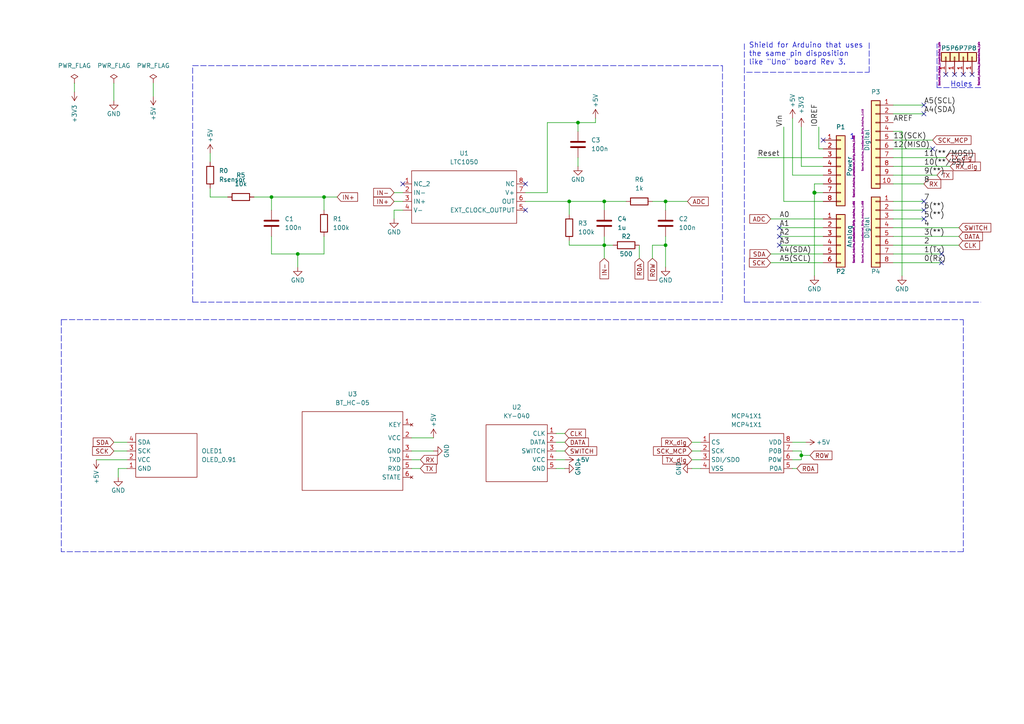
<source format=kicad_sch>
(kicad_sch (version 20211123) (generator eeschema)

  (uuid e63e39d7-6ac0-4ffd-8aa3-1841a4541b55)

  (paper "A4")

  (title_block
    (date "lun. 30 mars 2015")
  )

  (lib_symbols
    (symbol "Connector_Generic:Conn_01x01" (pin_names (offset 1.016) hide) (in_bom yes) (on_board yes)
      (property "Reference" "J" (id 0) (at 0 2.54 0)
        (effects (font (size 1.27 1.27)))
      )
      (property "Value" "Conn_01x01" (id 1) (at 0 -2.54 0)
        (effects (font (size 1.27 1.27)))
      )
      (property "Footprint" "" (id 2) (at 0 0 0)
        (effects (font (size 1.27 1.27)) hide)
      )
      (property "Datasheet" "~" (id 3) (at 0 0 0)
        (effects (font (size 1.27 1.27)) hide)
      )
      (property "ki_keywords" "connector" (id 4) (at 0 0 0)
        (effects (font (size 1.27 1.27)) hide)
      )
      (property "ki_description" "Generic connector, single row, 01x01, script generated (kicad-library-utils/schlib/autogen/connector/)" (id 5) (at 0 0 0)
        (effects (font (size 1.27 1.27)) hide)
      )
      (property "ki_fp_filters" "Connector*:*_1x??_*" (id 6) (at 0 0 0)
        (effects (font (size 1.27 1.27)) hide)
      )
      (symbol "Conn_01x01_1_1"
        (rectangle (start -1.27 0.127) (end 0 -0.127)
          (stroke (width 0.1524) (type default) (color 0 0 0 0))
          (fill (type none))
        )
        (rectangle (start -1.27 1.27) (end 1.27 -1.27)
          (stroke (width 0.254) (type default) (color 0 0 0 0))
          (fill (type background))
        )
        (pin passive line (at -5.08 0 0) (length 3.81)
          (name "Pin_1" (effects (font (size 1.27 1.27))))
          (number "1" (effects (font (size 1.27 1.27))))
        )
      )
    )
    (symbol "Connector_Generic:Conn_01x06" (pin_names (offset 1.016) hide) (in_bom yes) (on_board yes)
      (property "Reference" "J" (id 0) (at 0 7.62 0)
        (effects (font (size 1.27 1.27)))
      )
      (property "Value" "Conn_01x06" (id 1) (at 0 -10.16 0)
        (effects (font (size 1.27 1.27)))
      )
      (property "Footprint" "" (id 2) (at 0 0 0)
        (effects (font (size 1.27 1.27)) hide)
      )
      (property "Datasheet" "~" (id 3) (at 0 0 0)
        (effects (font (size 1.27 1.27)) hide)
      )
      (property "ki_keywords" "connector" (id 4) (at 0 0 0)
        (effects (font (size 1.27 1.27)) hide)
      )
      (property "ki_description" "Generic connector, single row, 01x06, script generated (kicad-library-utils/schlib/autogen/connector/)" (id 5) (at 0 0 0)
        (effects (font (size 1.27 1.27)) hide)
      )
      (property "ki_fp_filters" "Connector*:*_1x??_*" (id 6) (at 0 0 0)
        (effects (font (size 1.27 1.27)) hide)
      )
      (symbol "Conn_01x06_1_1"
        (rectangle (start -1.27 -7.493) (end 0 -7.747)
          (stroke (width 0.1524) (type default) (color 0 0 0 0))
          (fill (type none))
        )
        (rectangle (start -1.27 -4.953) (end 0 -5.207)
          (stroke (width 0.1524) (type default) (color 0 0 0 0))
          (fill (type none))
        )
        (rectangle (start -1.27 -2.413) (end 0 -2.667)
          (stroke (width 0.1524) (type default) (color 0 0 0 0))
          (fill (type none))
        )
        (rectangle (start -1.27 0.127) (end 0 -0.127)
          (stroke (width 0.1524) (type default) (color 0 0 0 0))
          (fill (type none))
        )
        (rectangle (start -1.27 2.667) (end 0 2.413)
          (stroke (width 0.1524) (type default) (color 0 0 0 0))
          (fill (type none))
        )
        (rectangle (start -1.27 5.207) (end 0 4.953)
          (stroke (width 0.1524) (type default) (color 0 0 0 0))
          (fill (type none))
        )
        (rectangle (start -1.27 6.35) (end 1.27 -8.89)
          (stroke (width 0.254) (type default) (color 0 0 0 0))
          (fill (type background))
        )
        (pin passive line (at -5.08 5.08 0) (length 3.81)
          (name "Pin_1" (effects (font (size 1.27 1.27))))
          (number "1" (effects (font (size 1.27 1.27))))
        )
        (pin passive line (at -5.08 2.54 0) (length 3.81)
          (name "Pin_2" (effects (font (size 1.27 1.27))))
          (number "2" (effects (font (size 1.27 1.27))))
        )
        (pin passive line (at -5.08 0 0) (length 3.81)
          (name "Pin_3" (effects (font (size 1.27 1.27))))
          (number "3" (effects (font (size 1.27 1.27))))
        )
        (pin passive line (at -5.08 -2.54 0) (length 3.81)
          (name "Pin_4" (effects (font (size 1.27 1.27))))
          (number "4" (effects (font (size 1.27 1.27))))
        )
        (pin passive line (at -5.08 -5.08 0) (length 3.81)
          (name "Pin_5" (effects (font (size 1.27 1.27))))
          (number "5" (effects (font (size 1.27 1.27))))
        )
        (pin passive line (at -5.08 -7.62 0) (length 3.81)
          (name "Pin_6" (effects (font (size 1.27 1.27))))
          (number "6" (effects (font (size 1.27 1.27))))
        )
      )
    )
    (symbol "Connector_Generic:Conn_01x08" (pin_names (offset 1.016) hide) (in_bom yes) (on_board yes)
      (property "Reference" "J" (id 0) (at 0 10.16 0)
        (effects (font (size 1.27 1.27)))
      )
      (property "Value" "Conn_01x08" (id 1) (at 0 -12.7 0)
        (effects (font (size 1.27 1.27)))
      )
      (property "Footprint" "" (id 2) (at 0 0 0)
        (effects (font (size 1.27 1.27)) hide)
      )
      (property "Datasheet" "~" (id 3) (at 0 0 0)
        (effects (font (size 1.27 1.27)) hide)
      )
      (property "ki_keywords" "connector" (id 4) (at 0 0 0)
        (effects (font (size 1.27 1.27)) hide)
      )
      (property "ki_description" "Generic connector, single row, 01x08, script generated (kicad-library-utils/schlib/autogen/connector/)" (id 5) (at 0 0 0)
        (effects (font (size 1.27 1.27)) hide)
      )
      (property "ki_fp_filters" "Connector*:*_1x??_*" (id 6) (at 0 0 0)
        (effects (font (size 1.27 1.27)) hide)
      )
      (symbol "Conn_01x08_1_1"
        (rectangle (start -1.27 -10.033) (end 0 -10.287)
          (stroke (width 0.1524) (type default) (color 0 0 0 0))
          (fill (type none))
        )
        (rectangle (start -1.27 -7.493) (end 0 -7.747)
          (stroke (width 0.1524) (type default) (color 0 0 0 0))
          (fill (type none))
        )
        (rectangle (start -1.27 -4.953) (end 0 -5.207)
          (stroke (width 0.1524) (type default) (color 0 0 0 0))
          (fill (type none))
        )
        (rectangle (start -1.27 -2.413) (end 0 -2.667)
          (stroke (width 0.1524) (type default) (color 0 0 0 0))
          (fill (type none))
        )
        (rectangle (start -1.27 0.127) (end 0 -0.127)
          (stroke (width 0.1524) (type default) (color 0 0 0 0))
          (fill (type none))
        )
        (rectangle (start -1.27 2.667) (end 0 2.413)
          (stroke (width 0.1524) (type default) (color 0 0 0 0))
          (fill (type none))
        )
        (rectangle (start -1.27 5.207) (end 0 4.953)
          (stroke (width 0.1524) (type default) (color 0 0 0 0))
          (fill (type none))
        )
        (rectangle (start -1.27 7.747) (end 0 7.493)
          (stroke (width 0.1524) (type default) (color 0 0 0 0))
          (fill (type none))
        )
        (rectangle (start -1.27 8.89) (end 1.27 -11.43)
          (stroke (width 0.254) (type default) (color 0 0 0 0))
          (fill (type background))
        )
        (pin passive line (at -5.08 7.62 0) (length 3.81)
          (name "Pin_1" (effects (font (size 1.27 1.27))))
          (number "1" (effects (font (size 1.27 1.27))))
        )
        (pin passive line (at -5.08 5.08 0) (length 3.81)
          (name "Pin_2" (effects (font (size 1.27 1.27))))
          (number "2" (effects (font (size 1.27 1.27))))
        )
        (pin passive line (at -5.08 2.54 0) (length 3.81)
          (name "Pin_3" (effects (font (size 1.27 1.27))))
          (number "3" (effects (font (size 1.27 1.27))))
        )
        (pin passive line (at -5.08 0 0) (length 3.81)
          (name "Pin_4" (effects (font (size 1.27 1.27))))
          (number "4" (effects (font (size 1.27 1.27))))
        )
        (pin passive line (at -5.08 -2.54 0) (length 3.81)
          (name "Pin_5" (effects (font (size 1.27 1.27))))
          (number "5" (effects (font (size 1.27 1.27))))
        )
        (pin passive line (at -5.08 -5.08 0) (length 3.81)
          (name "Pin_6" (effects (font (size 1.27 1.27))))
          (number "6" (effects (font (size 1.27 1.27))))
        )
        (pin passive line (at -5.08 -7.62 0) (length 3.81)
          (name "Pin_7" (effects (font (size 1.27 1.27))))
          (number "7" (effects (font (size 1.27 1.27))))
        )
        (pin passive line (at -5.08 -10.16 0) (length 3.81)
          (name "Pin_8" (effects (font (size 1.27 1.27))))
          (number "8" (effects (font (size 1.27 1.27))))
        )
      )
    )
    (symbol "Connector_Generic:Conn_01x10" (pin_names (offset 1.016) hide) (in_bom yes) (on_board yes)
      (property "Reference" "J" (id 0) (at 0 12.7 0)
        (effects (font (size 1.27 1.27)))
      )
      (property "Value" "Conn_01x10" (id 1) (at 0 -15.24 0)
        (effects (font (size 1.27 1.27)))
      )
      (property "Footprint" "" (id 2) (at 0 0 0)
        (effects (font (size 1.27 1.27)) hide)
      )
      (property "Datasheet" "~" (id 3) (at 0 0 0)
        (effects (font (size 1.27 1.27)) hide)
      )
      (property "ki_keywords" "connector" (id 4) (at 0 0 0)
        (effects (font (size 1.27 1.27)) hide)
      )
      (property "ki_description" "Generic connector, single row, 01x10, script generated (kicad-library-utils/schlib/autogen/connector/)" (id 5) (at 0 0 0)
        (effects (font (size 1.27 1.27)) hide)
      )
      (property "ki_fp_filters" "Connector*:*_1x??_*" (id 6) (at 0 0 0)
        (effects (font (size 1.27 1.27)) hide)
      )
      (symbol "Conn_01x10_1_1"
        (rectangle (start -1.27 -12.573) (end 0 -12.827)
          (stroke (width 0.1524) (type default) (color 0 0 0 0))
          (fill (type none))
        )
        (rectangle (start -1.27 -10.033) (end 0 -10.287)
          (stroke (width 0.1524) (type default) (color 0 0 0 0))
          (fill (type none))
        )
        (rectangle (start -1.27 -7.493) (end 0 -7.747)
          (stroke (width 0.1524) (type default) (color 0 0 0 0))
          (fill (type none))
        )
        (rectangle (start -1.27 -4.953) (end 0 -5.207)
          (stroke (width 0.1524) (type default) (color 0 0 0 0))
          (fill (type none))
        )
        (rectangle (start -1.27 -2.413) (end 0 -2.667)
          (stroke (width 0.1524) (type default) (color 0 0 0 0))
          (fill (type none))
        )
        (rectangle (start -1.27 0.127) (end 0 -0.127)
          (stroke (width 0.1524) (type default) (color 0 0 0 0))
          (fill (type none))
        )
        (rectangle (start -1.27 2.667) (end 0 2.413)
          (stroke (width 0.1524) (type default) (color 0 0 0 0))
          (fill (type none))
        )
        (rectangle (start -1.27 5.207) (end 0 4.953)
          (stroke (width 0.1524) (type default) (color 0 0 0 0))
          (fill (type none))
        )
        (rectangle (start -1.27 7.747) (end 0 7.493)
          (stroke (width 0.1524) (type default) (color 0 0 0 0))
          (fill (type none))
        )
        (rectangle (start -1.27 10.287) (end 0 10.033)
          (stroke (width 0.1524) (type default) (color 0 0 0 0))
          (fill (type none))
        )
        (rectangle (start -1.27 11.43) (end 1.27 -13.97)
          (stroke (width 0.254) (type default) (color 0 0 0 0))
          (fill (type background))
        )
        (pin passive line (at -5.08 10.16 0) (length 3.81)
          (name "Pin_1" (effects (font (size 1.27 1.27))))
          (number "1" (effects (font (size 1.27 1.27))))
        )
        (pin passive line (at -5.08 -12.7 0) (length 3.81)
          (name "Pin_10" (effects (font (size 1.27 1.27))))
          (number "10" (effects (font (size 1.27 1.27))))
        )
        (pin passive line (at -5.08 7.62 0) (length 3.81)
          (name "Pin_2" (effects (font (size 1.27 1.27))))
          (number "2" (effects (font (size 1.27 1.27))))
        )
        (pin passive line (at -5.08 5.08 0) (length 3.81)
          (name "Pin_3" (effects (font (size 1.27 1.27))))
          (number "3" (effects (font (size 1.27 1.27))))
        )
        (pin passive line (at -5.08 2.54 0) (length 3.81)
          (name "Pin_4" (effects (font (size 1.27 1.27))))
          (number "4" (effects (font (size 1.27 1.27))))
        )
        (pin passive line (at -5.08 0 0) (length 3.81)
          (name "Pin_5" (effects (font (size 1.27 1.27))))
          (number "5" (effects (font (size 1.27 1.27))))
        )
        (pin passive line (at -5.08 -2.54 0) (length 3.81)
          (name "Pin_6" (effects (font (size 1.27 1.27))))
          (number "6" (effects (font (size 1.27 1.27))))
        )
        (pin passive line (at -5.08 -5.08 0) (length 3.81)
          (name "Pin_7" (effects (font (size 1.27 1.27))))
          (number "7" (effects (font (size 1.27 1.27))))
        )
        (pin passive line (at -5.08 -7.62 0) (length 3.81)
          (name "Pin_8" (effects (font (size 1.27 1.27))))
          (number "8" (effects (font (size 1.27 1.27))))
        )
        (pin passive line (at -5.08 -10.16 0) (length 3.81)
          (name "Pin_9" (effects (font (size 1.27 1.27))))
          (number "9" (effects (font (size 1.27 1.27))))
        )
      )
    )
    (symbol "Device:C" (pin_numbers hide) (pin_names (offset 0.254)) (in_bom yes) (on_board yes)
      (property "Reference" "C" (id 0) (at 0.635 2.54 0)
        (effects (font (size 1.27 1.27)) (justify left))
      )
      (property "Value" "C" (id 1) (at 0.635 -2.54 0)
        (effects (font (size 1.27 1.27)) (justify left))
      )
      (property "Footprint" "" (id 2) (at 0.9652 -3.81 0)
        (effects (font (size 1.27 1.27)) hide)
      )
      (property "Datasheet" "~" (id 3) (at 0 0 0)
        (effects (font (size 1.27 1.27)) hide)
      )
      (property "ki_keywords" "cap capacitor" (id 4) (at 0 0 0)
        (effects (font (size 1.27 1.27)) hide)
      )
      (property "ki_description" "Unpolarized capacitor" (id 5) (at 0 0 0)
        (effects (font (size 1.27 1.27)) hide)
      )
      (property "ki_fp_filters" "C_*" (id 6) (at 0 0 0)
        (effects (font (size 1.27 1.27)) hide)
      )
      (symbol "C_0_1"
        (polyline
          (pts
            (xy -2.032 -0.762)
            (xy 2.032 -0.762)
          )
          (stroke (width 0.508) (type default) (color 0 0 0 0))
          (fill (type none))
        )
        (polyline
          (pts
            (xy -2.032 0.762)
            (xy 2.032 0.762)
          )
          (stroke (width 0.508) (type default) (color 0 0 0 0))
          (fill (type none))
        )
      )
      (symbol "C_1_1"
        (pin passive line (at 0 3.81 270) (length 2.794)
          (name "~" (effects (font (size 1.27 1.27))))
          (number "1" (effects (font (size 1.27 1.27))))
        )
        (pin passive line (at 0 -3.81 90) (length 2.794)
          (name "~" (effects (font (size 1.27 1.27))))
          (number "2" (effects (font (size 1.27 1.27))))
        )
      )
    )
    (symbol "Device:R" (pin_numbers hide) (pin_names (offset 0)) (in_bom yes) (on_board yes)
      (property "Reference" "R" (id 0) (at 2.032 0 90)
        (effects (font (size 1.27 1.27)))
      )
      (property "Value" "R" (id 1) (at 0 0 90)
        (effects (font (size 1.27 1.27)))
      )
      (property "Footprint" "" (id 2) (at -1.778 0 90)
        (effects (font (size 1.27 1.27)) hide)
      )
      (property "Datasheet" "~" (id 3) (at 0 0 0)
        (effects (font (size 1.27 1.27)) hide)
      )
      (property "ki_keywords" "R res resistor" (id 4) (at 0 0 0)
        (effects (font (size 1.27 1.27)) hide)
      )
      (property "ki_description" "Resistor" (id 5) (at 0 0 0)
        (effects (font (size 1.27 1.27)) hide)
      )
      (property "ki_fp_filters" "R_*" (id 6) (at 0 0 0)
        (effects (font (size 1.27 1.27)) hide)
      )
      (symbol "R_0_1"
        (rectangle (start -1.016 -2.54) (end 1.016 2.54)
          (stroke (width 0.254) (type default) (color 0 0 0 0))
          (fill (type none))
        )
      )
      (symbol "R_1_1"
        (pin passive line (at 0 3.81 270) (length 1.27)
          (name "~" (effects (font (size 1.27 1.27))))
          (number "1" (effects (font (size 1.27 1.27))))
        )
        (pin passive line (at 0 -3.81 90) (length 1.27)
          (name "~" (effects (font (size 1.27 1.27))))
          (number "2" (effects (font (size 1.27 1.27))))
        )
      )
    )
    (symbol "Library_shield:LTC1050" (in_bom yes) (on_board yes)
      (property "Reference" "U" (id 0) (at 0 0 0)
        (effects (font (size 1.27 1.27)))
      )
      (property "Value" "LTC1050" (id 1) (at 0 0 0)
        (effects (font (size 1.27 1.27)))
      )
      (property "Footprint" "" (id 2) (at 0 0 0)
        (effects (font (size 1.27 1.27)) hide)
      )
      (property "Datasheet" "" (id 3) (at 0 0 0)
        (effects (font (size 1.27 1.27)) hide)
      )
      (symbol "LTC1050_0_1"
        (rectangle (start -7.62 5.08) (end 22.86 -10.16)
          (stroke (width 0) (type default) (color 0 0 0 0))
          (fill (type none))
        )
      )
      (symbol "LTC1050_1_1"
        (pin input line (at -10.16 1.27 0) (length 2.54)
          (name "NC_2" (effects (font (size 1.27 1.27))))
          (number "1" (effects (font (size 1.27 1.27))))
        )
        (pin input line (at -10.16 -1.27 0) (length 2.54)
          (name "IN-" (effects (font (size 1.27 1.27))))
          (number "2" (effects (font (size 1.27 1.27))))
        )
        (pin input line (at -10.16 -3.81 0) (length 2.54)
          (name "IN+" (effects (font (size 1.27 1.27))))
          (number "3" (effects (font (size 1.27 1.27))))
        )
        (pin input line (at -10.16 -6.35 0) (length 2.54)
          (name "V-" (effects (font (size 1.27 1.27))))
          (number "4" (effects (font (size 1.27 1.27))))
        )
        (pin input line (at 25.4 -6.35 180) (length 2.54)
          (name "EXT_CLOCK_OUTPUT" (effects (font (size 1.27 1.27))))
          (number "5" (effects (font (size 1.27 1.27))))
        )
        (pin output line (at 25.4 -3.81 180) (length 2.54)
          (name "OUT" (effects (font (size 1.27 1.27))))
          (number "6" (effects (font (size 1.27 1.27))))
        )
        (pin input line (at 25.4 -1.27 180) (length 2.54)
          (name "V+" (effects (font (size 1.27 1.27))))
          (number "7" (effects (font (size 1.27 1.27))))
        )
        (pin input line (at 25.4 1.27 180) (length 2.54)
          (name "NC" (effects (font (size 1.27 1.27))))
          (number "8" (effects (font (size 1.27 1.27))))
        )
      )
    )
    (symbol "Library_shield:MCP41X1" (in_bom yes) (on_board yes)
      (property "Reference" "MCP41X1" (id 0) (at 0 0 0)
        (effects (font (size 1.27 1.27)))
      )
      (property "Value" "MCP41X1" (id 1) (at 0 0 0)
        (effects (font (size 1.27 1.27)))
      )
      (property "Footprint" "" (id 2) (at 0 0 0)
        (effects (font (size 1.27 1.27)) hide)
      )
      (property "Datasheet" "" (id 3) (at 0 0 0)
        (effects (font (size 1.27 1.27)) hide)
      )
      (symbol "MCP41X1_0_1"
        (rectangle (start 11.43 -12.7) (end -10.16 -1.27)
          (stroke (width 0) (type default) (color 0 0 0 0))
          (fill (type none))
        )
      )
      (symbol "MCP41X1_1_1"
        (pin input line (at -12.7 -3.81 0) (length 2.54)
          (name "CS" (effects (font (size 1.27 1.27))))
          (number "1" (effects (font (size 1.27 1.27))))
        )
        (pin input line (at -12.7 -6.35 0) (length 2.54)
          (name "SCK" (effects (font (size 1.27 1.27))))
          (number "2" (effects (font (size 1.27 1.27))))
        )
        (pin input line (at -12.7 -8.89 0) (length 2.54)
          (name "SDI/SDO" (effects (font (size 1.27 1.27))))
          (number "3" (effects (font (size 1.27 1.27))))
        )
        (pin input line (at -12.7 -11.43 0) (length 2.54)
          (name "VSS" (effects (font (size 1.27 1.27))))
          (number "4" (effects (font (size 1.27 1.27))))
        )
        (pin input line (at 13.97 -11.43 180) (length 2.54)
          (name "P0A" (effects (font (size 1.27 1.27))))
          (number "5" (effects (font (size 1.27 1.27))))
        )
        (pin input line (at 13.97 -8.89 180) (length 2.54)
          (name "P0W" (effects (font (size 1.27 1.27))))
          (number "6" (effects (font (size 1.27 1.27))))
        )
        (pin input line (at 13.97 -6.35 180) (length 2.54)
          (name "P0B" (effects (font (size 1.27 1.27))))
          (number "7" (effects (font (size 1.27 1.27))))
        )
        (pin input line (at 13.97 -3.81 180) (length 2.54)
          (name "VDD" (effects (font (size 1.27 1.27))))
          (number "8" (effects (font (size 1.27 1.27))))
        )
      )
    )
    (symbol "Library_shield:OLED_0.91" (in_bom yes) (on_board yes)
      (property "Reference" "OLED" (id 0) (at 0 0 0)
        (effects (font (size 1.27 1.27)))
      )
      (property "Value" "OLED_0.91" (id 1) (at 0 0 0)
        (effects (font (size 1.27 1.27)))
      )
      (property "Footprint" "" (id 2) (at 0 0 0)
        (effects (font (size 1.27 1.27)) hide)
      )
      (property "Datasheet" "" (id 3) (at 0 0 0)
        (effects (font (size 1.27 1.27)) hide)
      )
      (symbol "OLED_0.91_0_1"
        (rectangle (start -10.16 -1.27) (end 7.62 -13.97)
          (stroke (width 0) (type default) (color 0 0 0 0))
          (fill (type none))
        )
      )
      (symbol "OLED_0.91_1_1"
        (pin input line (at -12.7 -11.43 0) (length 2.54)
          (name "GND" (effects (font (size 1.27 1.27))))
          (number "1" (effects (font (size 1.27 1.27))))
        )
        (pin input line (at -12.7 -8.89 0) (length 2.54)
          (name "VCC" (effects (font (size 1.27 1.27))))
          (number "2" (effects (font (size 1.27 1.27))))
        )
        (pin input line (at -12.7 -6.35 0) (length 2.54)
          (name "SCK" (effects (font (size 1.27 1.27))))
          (number "3" (effects (font (size 1.27 1.27))))
        )
        (pin input line (at -12.7 -3.81 0) (length 2.54)
          (name "SDA" (effects (font (size 1.27 1.27))))
          (number "4" (effects (font (size 1.27 1.27))))
        )
      )
    )
    (symbol "bt_hc-05:BT_HC-05" (in_bom yes) (on_board yes)
      (property "Reference" "U" (id 0) (at 0 0 0)
        (effects (font (size 1.27 1.27)))
      )
      (property "Value" "BT_HC-05" (id 1) (at 0 0 0)
        (effects (font (size 1.27 1.27)))
      )
      (property "Footprint" "" (id 2) (at 0 0 0)
        (effects (font (size 1.27 1.27)) hide)
      )
      (property "Datasheet" "" (id 3) (at 0 0 0)
        (effects (font (size 1.27 1.27)) hide)
      )
      (symbol "BT_HC-05_0_1"
        (rectangle (start 13.97 8.89) (end -15.24 -13.97)
          (stroke (width 0) (type default) (color 0 0 0 0))
          (fill (type none))
        )
      )
      (symbol "BT_HC-05_1_1"
        (pin no_connect line (at 16.51 5.08 180) (length 2.54)
          (name "KEY" (effects (font (size 1.27 1.27))))
          (number "1" (effects (font (size 1.27 1.27))))
        )
        (pin input line (at 16.51 1.27 180) (length 2.54)
          (name "VCC" (effects (font (size 1.27 1.27))))
          (number "2" (effects (font (size 1.27 1.27))))
        )
        (pin input line (at 16.51 -2.54 180) (length 2.54)
          (name "GND" (effects (font (size 1.27 1.27))))
          (number "3" (effects (font (size 1.27 1.27))))
        )
        (pin output line (at 16.51 -5.08 180) (length 2.54)
          (name "TXD" (effects (font (size 1.27 1.27))))
          (number "4" (effects (font (size 1.27 1.27))))
        )
        (pin input line (at 16.51 -7.62 180) (length 2.54)
          (name "RXD" (effects (font (size 1.27 1.27))))
          (number "5" (effects (font (size 1.27 1.27))))
        )
        (pin no_connect line (at 16.51 -10.16 180) (length 2.54)
          (name "STATE" (effects (font (size 1.27 1.27))))
          (number "6" (effects (font (size 1.27 1.27))))
        )
      )
    )
    (symbol "ky-040:KY-040" (in_bom yes) (on_board yes)
      (property "Reference" "U" (id 0) (at 0 0 0)
        (effects (font (size 1.27 1.27)))
      )
      (property "Value" "KY-040" (id 1) (at 0 0 0)
        (effects (font (size 1.27 1.27)))
      )
      (property "Footprint" "" (id 2) (at 0 0 0)
        (effects (font (size 1.27 1.27)) hide)
      )
      (property "Datasheet" "" (id 3) (at 0 0 0)
        (effects (font (size 1.27 1.27)) hide)
      )
      (symbol "KY-040_0_1"
        (rectangle (start -8.89 7.62) (end 8.89 -8.89)
          (stroke (width 0) (type default) (color 0 0 0 0))
          (fill (type none))
        )
      )
      (symbol "KY-040_1_1"
        (pin input line (at 11.43 5.08 180) (length 2.54)
          (name "CLK" (effects (font (size 1.27 1.27))))
          (number "1" (effects (font (size 1.27 1.27))))
        )
        (pin input line (at 11.43 2.54 180) (length 2.54)
          (name "DATA" (effects (font (size 1.27 1.27))))
          (number "2" (effects (font (size 1.27 1.27))))
        )
        (pin input line (at 11.43 0 180) (length 2.54)
          (name "SWITCH" (effects (font (size 1.27 1.27))))
          (number "3" (effects (font (size 1.27 1.27))))
        )
        (pin input line (at 11.43 -2.54 180) (length 2.54)
          (name "VCC" (effects (font (size 1.27 1.27))))
          (number "4" (effects (font (size 1.27 1.27))))
        )
        (pin input line (at 11.43 -5.08 180) (length 2.54)
          (name "GND" (effects (font (size 1.27 1.27))))
          (number "5" (effects (font (size 1.27 1.27))))
        )
      )
    )
    (symbol "power:+3.3V" (power) (pin_names (offset 0)) (in_bom yes) (on_board yes)
      (property "Reference" "#PWR" (id 0) (at 0 -3.81 0)
        (effects (font (size 1.27 1.27)) hide)
      )
      (property "Value" "+3.3V" (id 1) (at 0 3.556 0)
        (effects (font (size 1.27 1.27)))
      )
      (property "Footprint" "" (id 2) (at 0 0 0)
        (effects (font (size 1.27 1.27)) hide)
      )
      (property "Datasheet" "" (id 3) (at 0 0 0)
        (effects (font (size 1.27 1.27)) hide)
      )
      (property "ki_keywords" "power-flag" (id 4) (at 0 0 0)
        (effects (font (size 1.27 1.27)) hide)
      )
      (property "ki_description" "Power symbol creates a global label with name \"+3.3V\"" (id 5) (at 0 0 0)
        (effects (font (size 1.27 1.27)) hide)
      )
      (symbol "+3.3V_0_1"
        (polyline
          (pts
            (xy -0.762 1.27)
            (xy 0 2.54)
          )
          (stroke (width 0) (type default) (color 0 0 0 0))
          (fill (type none))
        )
        (polyline
          (pts
            (xy 0 0)
            (xy 0 2.54)
          )
          (stroke (width 0) (type default) (color 0 0 0 0))
          (fill (type none))
        )
        (polyline
          (pts
            (xy 0 2.54)
            (xy 0.762 1.27)
          )
          (stroke (width 0) (type default) (color 0 0 0 0))
          (fill (type none))
        )
      )
      (symbol "+3.3V_1_1"
        (pin power_in line (at 0 0 90) (length 0) hide
          (name "+3V3" (effects (font (size 1.27 1.27))))
          (number "1" (effects (font (size 1.27 1.27))))
        )
      )
    )
    (symbol "power:+5V" (power) (pin_names (offset 0)) (in_bom yes) (on_board yes)
      (property "Reference" "#PWR" (id 0) (at 0 -3.81 0)
        (effects (font (size 1.27 1.27)) hide)
      )
      (property "Value" "+5V" (id 1) (at 0 3.556 0)
        (effects (font (size 1.27 1.27)))
      )
      (property "Footprint" "" (id 2) (at 0 0 0)
        (effects (font (size 1.27 1.27)) hide)
      )
      (property "Datasheet" "" (id 3) (at 0 0 0)
        (effects (font (size 1.27 1.27)) hide)
      )
      (property "ki_keywords" "power-flag" (id 4) (at 0 0 0)
        (effects (font (size 1.27 1.27)) hide)
      )
      (property "ki_description" "Power symbol creates a global label with name \"+5V\"" (id 5) (at 0 0 0)
        (effects (font (size 1.27 1.27)) hide)
      )
      (symbol "+5V_0_1"
        (polyline
          (pts
            (xy -0.762 1.27)
            (xy 0 2.54)
          )
          (stroke (width 0) (type default) (color 0 0 0 0))
          (fill (type none))
        )
        (polyline
          (pts
            (xy 0 0)
            (xy 0 2.54)
          )
          (stroke (width 0) (type default) (color 0 0 0 0))
          (fill (type none))
        )
        (polyline
          (pts
            (xy 0 2.54)
            (xy 0.762 1.27)
          )
          (stroke (width 0) (type default) (color 0 0 0 0))
          (fill (type none))
        )
      )
      (symbol "+5V_1_1"
        (pin power_in line (at 0 0 90) (length 0) hide
          (name "+5V" (effects (font (size 1.27 1.27))))
          (number "1" (effects (font (size 1.27 1.27))))
        )
      )
    )
    (symbol "power:GND" (power) (pin_names (offset 0)) (in_bom yes) (on_board yes)
      (property "Reference" "#PWR" (id 0) (at 0 -6.35 0)
        (effects (font (size 1.27 1.27)) hide)
      )
      (property "Value" "GND" (id 1) (at 0 -3.81 0)
        (effects (font (size 1.27 1.27)))
      )
      (property "Footprint" "" (id 2) (at 0 0 0)
        (effects (font (size 1.27 1.27)) hide)
      )
      (property "Datasheet" "" (id 3) (at 0 0 0)
        (effects (font (size 1.27 1.27)) hide)
      )
      (property "ki_keywords" "power-flag" (id 4) (at 0 0 0)
        (effects (font (size 1.27 1.27)) hide)
      )
      (property "ki_description" "Power symbol creates a global label with name \"GND\" , ground" (id 5) (at 0 0 0)
        (effects (font (size 1.27 1.27)) hide)
      )
      (symbol "GND_0_1"
        (polyline
          (pts
            (xy 0 0)
            (xy 0 -1.27)
            (xy 1.27 -1.27)
            (xy 0 -2.54)
            (xy -1.27 -1.27)
            (xy 0 -1.27)
          )
          (stroke (width 0) (type default) (color 0 0 0 0))
          (fill (type none))
        )
      )
      (symbol "GND_1_1"
        (pin power_in line (at 0 0 270) (length 0) hide
          (name "GND" (effects (font (size 1.27 1.27))))
          (number "1" (effects (font (size 1.27 1.27))))
        )
      )
    )
    (symbol "power:PWR_FLAG" (power) (pin_numbers hide) (pin_names (offset 0) hide) (in_bom yes) (on_board yes)
      (property "Reference" "#FLG" (id 0) (at 0 1.905 0)
        (effects (font (size 1.27 1.27)) hide)
      )
      (property "Value" "PWR_FLAG" (id 1) (at 0 3.81 0)
        (effects (font (size 1.27 1.27)))
      )
      (property "Footprint" "" (id 2) (at 0 0 0)
        (effects (font (size 1.27 1.27)) hide)
      )
      (property "Datasheet" "~" (id 3) (at 0 0 0)
        (effects (font (size 1.27 1.27)) hide)
      )
      (property "ki_keywords" "power-flag" (id 4) (at 0 0 0)
        (effects (font (size 1.27 1.27)) hide)
      )
      (property "ki_description" "Special symbol for telling ERC where power comes from" (id 5) (at 0 0 0)
        (effects (font (size 1.27 1.27)) hide)
      )
      (symbol "PWR_FLAG_0_0"
        (pin power_out line (at 0 0 90) (length 0)
          (name "pwr" (effects (font (size 1.27 1.27))))
          (number "1" (effects (font (size 1.27 1.27))))
        )
      )
      (symbol "PWR_FLAG_0_1"
        (polyline
          (pts
            (xy 0 0)
            (xy 0 1.27)
            (xy -1.016 1.905)
            (xy 0 2.54)
            (xy 1.016 1.905)
            (xy 0 1.27)
          )
          (stroke (width 0) (type default) (color 0 0 0 0))
          (fill (type none))
        )
      )
    )
  )

  (junction (at 165.1 58.42) (diameter 0) (color 0 0 0 0)
    (uuid 0c0a6414-6c9e-4d55-9a54-d3ffcadfe152)
  )
  (junction (at 86.36 73.66) (diameter 0) (color 0 0 0 0)
    (uuid 0e9135c0-b4e1-4178-a116-e80ca62d2183)
  )
  (junction (at 193.04 58.42) (diameter 0) (color 0 0 0 0)
    (uuid 77c8b55d-eb6a-4413-8bcf-1a53c31ad1c1)
  )
  (junction (at 232.41 132.08) (diameter 0) (color 0 0 0 0)
    (uuid 7c50bbe8-98ca-416c-b75b-b911a9405f96)
  )
  (junction (at 175.26 58.42) (diameter 0) (color 0 0 0 0)
    (uuid 9d631986-e51a-4243-a165-a6341a2550a0)
  )
  (junction (at 93.98 57.15) (diameter 0) (color 0 0 0 0)
    (uuid a0b028d9-1939-420e-9963-0533294aa39b)
  )
  (junction (at 78.74 57.15) (diameter 0) (color 0 0 0 0)
    (uuid ad177685-21e9-434c-bd1e-63bd5708cfaf)
  )
  (junction (at 175.26 71.12) (diameter 0) (color 0 0 0 0)
    (uuid ae276188-5d81-45f9-b7a8-5fe82f71de53)
  )
  (junction (at 193.04 71.12) (diameter 0) (color 0 0 0 0)
    (uuid c0bd1545-59cd-44cf-988b-e20f15f0765b)
  )
  (junction (at 236.22 55.88) (diameter 1.016) (color 0 0 0 0)
    (uuid dd00c2e1-6027-4717-b312-4fab3ee52002)
  )
  (junction (at 167.64 35.56) (diameter 0) (color 0 0 0 0)
    (uuid f15d0f29-893e-4a62-baee-61b16a2c17d1)
  )

  (no_connect (at 152.4 60.96) (uuid 153e0d8d-b2f1-45ce-9a83-a0439dd4e8ef))
  (no_connect (at 116.84 53.34) (uuid 153e0d8d-b2f1-45ce-9a83-a0439dd4e8f0))
  (no_connect (at 152.4 53.34) (uuid 153e0d8d-b2f1-45ce-9a83-a0439dd4e8f1))
  (no_connect (at 273.05 76.2) (uuid 153e0d8d-b2f1-45ce-9a83-a0439dd4e8f3))
  (no_connect (at 267.97 63.5) (uuid 153e0d8d-b2f1-45ce-9a83-a0439dd4e8f6))
  (no_connect (at 267.97 58.42) (uuid 153e0d8d-b2f1-45ce-9a83-a0439dd4e8f7))
  (no_connect (at 267.97 30.48) (uuid 153e0d8d-b2f1-45ce-9a83-a0439dd4e8f8))
  (no_connect (at 267.97 33.02) (uuid 153e0d8d-b2f1-45ce-9a83-a0439dd4e8f9))
  (no_connect (at 267.97 60.96) (uuid 153e0d8d-b2f1-45ce-9a83-a0439dd4e8fa))
  (no_connect (at 226.06 68.58) (uuid 153e0d8d-b2f1-45ce-9a83-a0439dd4e8fb))
  (no_connect (at 226.06 66.04) (uuid 153e0d8d-b2f1-45ce-9a83-a0439dd4e8fc))
  (no_connect (at 226.06 71.12) (uuid 153e0d8d-b2f1-45ce-9a83-a0439dd4e8fd))
  (no_connect (at 279.4 21.59) (uuid 1e6b0158-998f-479f-b5f3-a9a5c4344aa5))
  (no_connect (at 274.32 21.59) (uuid 21366241-88bb-42b5-950a-a4754adb3a1f))
  (no_connect (at 276.86 21.59) (uuid 758fd30e-3356-4227-a550-77c711885a43))
  (no_connect (at 273.05 73.66) (uuid 8bc969ef-0b49-4526-aaf1-e8d5b6449323))
  (no_connect (at 281.94 21.59) (uuid 8f403774-7818-41c9-9d2d-6d850f8c47f7))
  (no_connect (at 270.51 43.18) (uuid 9c33fc0f-062a-4615-9a7d-e98e7d545a62))
  (no_connect (at 238.76 40.64) (uuid 9f0cde0b-9c6a-4eb9-a729-bc8288f3f315))

  (wire (pts (xy 114.3 58.42) (xy 116.84 58.42))
    (stroke (width 0) (type default) (color 0 0 0 0))
    (uuid 02273c86-a176-4ccf-b40d-407467eaf2ef)
  )
  (wire (pts (xy 33.02 130.81) (xy 36.83 130.81))
    (stroke (width 0) (type default) (color 0 0 0 0))
    (uuid 04693f46-6b28-413f-a877-187ff0dd60c9)
  )
  (wire (pts (xy 238.76 48.26) (xy 232.41 48.26))
    (stroke (width 0) (type solid) (color 0 0 0 0))
    (uuid 0757f431-c497-40d7-959f-e2313f119673)
  )
  (polyline (pts (xy 17.78 92.71) (xy 17.78 160.02))
    (stroke (width 0) (type default) (color 0 0 0 0))
    (uuid 087b2184-3b48-4414-b12d-36530517a275)
  )

  (wire (pts (xy 238.76 71.12) (xy 226.06 71.12))
    (stroke (width 0) (type solid) (color 0 0 0 0))
    (uuid 0aedcc2d-5c81-44ad-9067-9f2bc34b25ff)
  )
  (wire (pts (xy 78.74 68.58) (xy 78.74 73.66))
    (stroke (width 0) (type default) (color 0 0 0 0))
    (uuid 104ba967-7d5e-4bd4-ab68-e8e3a7224808)
  )
  (wire (pts (xy 259.08 43.18) (xy 270.51 43.18))
    (stroke (width 0) (type default) (color 0 0 0 0))
    (uuid 10c0123e-f737-43cb-afce-1870cad9b968)
  )
  (polyline (pts (xy 252.095 20.955) (xy 252.095 12.065))
    (stroke (width 0) (type dash) (color 0 0 0 0))
    (uuid 11c8e397-534c-4ca9-a2ff-2df4cd3a92c0)
  )

  (wire (pts (xy 232.41 132.08) (xy 234.95 132.08))
    (stroke (width 0) (type default) (color 0 0 0 0))
    (uuid 1241f8fb-7170-4ed4-b67b-60b65b5a2e14)
  )
  (wire (pts (xy 229.87 128.27) (xy 233.68 128.27))
    (stroke (width 0) (type default) (color 0 0 0 0))
    (uuid 1798f9bb-ce3e-4847-828c-46c5d2f0014b)
  )
  (wire (pts (xy 172.72 34.29) (xy 172.72 35.56))
    (stroke (width 0) (type default) (color 0 0 0 0))
    (uuid 190cdc48-4dc8-4ac1-a58f-df57ed98ad9d)
  )
  (wire (pts (xy 259.08 48.26) (xy 275.59 48.26))
    (stroke (width 0) (type default) (color 0 0 0 0))
    (uuid 1b37a3c2-f830-42cc-a790-70f1ddc6c012)
  )
  (wire (pts (xy 200.66 130.81) (xy 203.2 130.81))
    (stroke (width 0) (type default) (color 0 0 0 0))
    (uuid 20877bd8-eff4-4a7d-9a23-4ba0f1125e81)
  )
  (wire (pts (xy 193.04 58.42) (xy 193.04 60.96))
    (stroke (width 0) (type default) (color 0 0 0 0))
    (uuid 20bf1575-103d-4f0d-b09c-9e7197cb3b77)
  )
  (wire (pts (xy 189.23 71.12) (xy 189.23 74.93))
    (stroke (width 0) (type default) (color 0 0 0 0))
    (uuid 2119f341-d401-47b7-bf9d-246df57f9935)
  )
  (wire (pts (xy 259.08 63.5) (xy 267.97 63.5))
    (stroke (width 0) (type default) (color 0 0 0 0))
    (uuid 2d43e50b-1458-418b-9ec9-aaa78002d7e0)
  )
  (wire (pts (xy 158.75 55.88) (xy 158.75 35.56))
    (stroke (width 0) (type default) (color 0 0 0 0))
    (uuid 32cbc41c-5e50-4060-b57e-0c7fe8ca9dad)
  )
  (wire (pts (xy 236.22 53.34) (xy 236.22 55.88))
    (stroke (width 0) (type solid) (color 0 0 0 0))
    (uuid 336c97b9-538f-4574-a297-e9441308128a)
  )
  (wire (pts (xy 175.26 71.12) (xy 175.26 74.93))
    (stroke (width 0) (type default) (color 0 0 0 0))
    (uuid 357f14ac-f463-4f1c-b459-8a9026b94574)
  )
  (polyline (pts (xy 55.88 87.63) (xy 55.88 19.05))
    (stroke (width 0) (type default) (color 0 0 0 0))
    (uuid 385ee225-d3a7-4500-aaf4-3a8c46695960)
  )

  (wire (pts (xy 261.62 38.1) (xy 261.62 80.01))
    (stroke (width 0) (type solid) (color 0 0 0 0))
    (uuid 3ea2cac2-ec24-4c1b-ba72-a41e73570c6e)
  )
  (wire (pts (xy 238.76 53.34) (xy 236.22 53.34))
    (stroke (width 0) (type solid) (color 0 0 0 0))
    (uuid 3f87af4b-1ede-4942-9ad3-8dc552d70c71)
  )
  (polyline (pts (xy 209.55 19.05) (xy 209.55 87.63))
    (stroke (width 0) (type default) (color 0 0 0 0))
    (uuid 41632dd5-41c2-4c50-a460-9473586d4702)
  )

  (wire (pts (xy 152.4 58.42) (xy 165.1 58.42))
    (stroke (width 0) (type default) (color 0 0 0 0))
    (uuid 4bb7f58b-68b9-4f59-8a2a-22626d5c1d02)
  )
  (wire (pts (xy 259.08 40.64) (xy 270.51 40.64))
    (stroke (width 0) (type default) (color 0 0 0 0))
    (uuid 4c1f41d4-6390-4737-8351-1aceb92026f5)
  )
  (wire (pts (xy 93.98 57.15) (xy 93.98 60.96))
    (stroke (width 0) (type default) (color 0 0 0 0))
    (uuid 4cf74bac-c9a0-4a57-a8d2-e6dbbd575742)
  )
  (wire (pts (xy 21.59 24.13) (xy 21.59 26.67))
    (stroke (width 0) (type default) (color 0 0 0 0))
    (uuid 50604856-de26-4b87-8069-342618e39e5f)
  )
  (wire (pts (xy 237.49 43.18) (xy 238.76 43.18))
    (stroke (width 0) (type solid) (color 0 0 0 0))
    (uuid 51361c11-8657-4912-9f76-0970acb41e8f)
  )
  (wire (pts (xy 238.76 50.8) (xy 229.87 50.8))
    (stroke (width 0) (type solid) (color 0 0 0 0))
    (uuid 522d977e-46c5-4026-81ac-3681544b1781)
  )
  (wire (pts (xy 232.41 133.35) (xy 232.41 132.08))
    (stroke (width 0) (type default) (color 0 0 0 0))
    (uuid 57acc6a7-7d08-4f45-8834-131df881f8e0)
  )
  (wire (pts (xy 165.1 69.85) (xy 165.1 71.12))
    (stroke (width 0) (type default) (color 0 0 0 0))
    (uuid 582920c7-f057-46e2-8cba-7e86e938d38f)
  )
  (wire (pts (xy 73.66 57.15) (xy 78.74 57.15))
    (stroke (width 0) (type default) (color 0 0 0 0))
    (uuid 59af4f86-5343-46e3-86fb-f4b871405bcc)
  )
  (polyline (pts (xy 279.4 92.71) (xy 279.4 160.02))
    (stroke (width 0) (type default) (color 0 0 0 0))
    (uuid 5e989ed8-d949-4ae9-80df-e919d595bb97)
  )

  (wire (pts (xy 259.08 53.34) (xy 267.97 53.34))
    (stroke (width 0) (type default) (color 0 0 0 0))
    (uuid 5eaa53b1-ff4f-414e-841d-07e21eae5656)
  )
  (wire (pts (xy 193.04 71.12) (xy 193.04 77.47))
    (stroke (width 0) (type default) (color 0 0 0 0))
    (uuid 631fad6b-39ab-4683-8f03-06d96c2cffa8)
  )
  (wire (pts (xy 259.08 58.42) (xy 267.97 58.42))
    (stroke (width 0) (type solid) (color 0 0 0 0))
    (uuid 64bb48d7-253a-4034-b06b-c11f4dc6113e)
  )
  (wire (pts (xy 238.76 66.04) (xy 226.06 66.04))
    (stroke (width 0) (type solid) (color 0 0 0 0))
    (uuid 64c8ccb5-eb16-41c0-b485-071bc686fac4)
  )
  (wire (pts (xy 175.26 58.42) (xy 181.61 58.42))
    (stroke (width 0) (type default) (color 0 0 0 0))
    (uuid 6643f15f-ee34-4325-aab0-42dc4218eb5e)
  )
  (wire (pts (xy 259.08 30.48) (xy 267.97 30.48))
    (stroke (width 0) (type solid) (color 0 0 0 0))
    (uuid 67fd595c-eaf3-4222-9ac5-2f907dce2865)
  )
  (wire (pts (xy 114.3 63.5) (xy 114.3 60.96))
    (stroke (width 0) (type default) (color 0 0 0 0))
    (uuid 693a91c2-8dd7-41e1-8ed8-0e71795554bd)
  )
  (wire (pts (xy 259.08 71.12) (xy 278.13 71.12))
    (stroke (width 0) (type solid) (color 0 0 0 0))
    (uuid 6f1162fd-5e62-4249-9fe6-d9d74bb2238f)
  )
  (wire (pts (xy 119.38 133.35) (xy 121.92 133.35))
    (stroke (width 0) (type default) (color 0 0 0 0))
    (uuid 72f0d0be-60fe-47f0-b71f-580df6e3e7c4)
  )
  (wire (pts (xy 167.64 45.72) (xy 167.64 48.26))
    (stroke (width 0) (type default) (color 0 0 0 0))
    (uuid 73991501-41a7-4ba8-a480-a17e83a736ca)
  )
  (wire (pts (xy 238.76 58.42) (xy 227.33 58.42))
    (stroke (width 0) (type solid) (color 0 0 0 0))
    (uuid 799381b9-f766-4dc2-9410-88bc6d44b8c7)
  )
  (wire (pts (xy 189.23 58.42) (xy 193.04 58.42))
    (stroke (width 0) (type default) (color 0 0 0 0))
    (uuid 7a109562-4747-4476-81b2-dde0b19654f3)
  )
  (wire (pts (xy 175.26 58.42) (xy 175.26 60.96))
    (stroke (width 0) (type default) (color 0 0 0 0))
    (uuid 7a7a5455-6b08-4e80-a383-4ec91c03195d)
  )
  (wire (pts (xy 78.74 60.96) (xy 78.74 57.15))
    (stroke (width 0) (type default) (color 0 0 0 0))
    (uuid 7d615bb0-8845-4cfa-a979-04fb0b73d513)
  )
  (wire (pts (xy 161.29 125.73) (xy 163.83 125.73))
    (stroke (width 0) (type default) (color 0 0 0 0))
    (uuid 7e86bb99-73c2-48b4-a7a2-3ba57aff8180)
  )
  (wire (pts (xy 189.23 71.12) (xy 193.04 71.12))
    (stroke (width 0) (type default) (color 0 0 0 0))
    (uuid 7ea41be9-54e8-47ac-8fd2-9913b35b7ed9)
  )
  (wire (pts (xy 93.98 57.15) (xy 97.79 57.15))
    (stroke (width 0) (type default) (color 0 0 0 0))
    (uuid 82e7b085-623f-4fe3-9dc1-741eacca0616)
  )
  (wire (pts (xy 158.75 35.56) (xy 167.64 35.56))
    (stroke (width 0) (type default) (color 0 0 0 0))
    (uuid 846f8ced-1740-4cfb-a9b6-876804c53d44)
  )
  (wire (pts (xy 223.52 63.5) (xy 238.76 63.5))
    (stroke (width 0) (type solid) (color 0 0 0 0))
    (uuid 8c41992f-35df-4e1c-93c0-0e28391377a5)
  )
  (wire (pts (xy 229.87 130.81) (xy 232.41 130.81))
    (stroke (width 0) (type default) (color 0 0 0 0))
    (uuid 92179d1f-3360-4393-8845-4b7f9ce7e748)
  )
  (wire (pts (xy 223.52 73.66) (xy 238.76 73.66))
    (stroke (width 0) (type solid) (color 0 0 0 0))
    (uuid 93c3ac5e-2cbb-49f8-9b4c-e82d1ab8f617)
  )
  (wire (pts (xy 229.87 135.89) (xy 231.14 135.89))
    (stroke (width 0) (type default) (color 0 0 0 0))
    (uuid 95f60f90-ecfe-4edb-b9c0-ee52d5ba4a59)
  )
  (polyline (pts (xy 284.48 25.4) (xy 271.78 25.4))
    (stroke (width 0) (type dash) (color 0 0 0 0))
    (uuid 977c694c-cd71-4d93-a876-1a6191e5963d)
  )

  (wire (pts (xy 175.26 71.12) (xy 177.8 71.12))
    (stroke (width 0) (type default) (color 0 0 0 0))
    (uuid 9a0242d1-c619-4041-a552-8ae529a9146e)
  )
  (wire (pts (xy 238.76 45.72) (xy 219.71 45.72))
    (stroke (width 0) (type solid) (color 0 0 0 0))
    (uuid 9c80893f-4ab6-4fdf-8442-6a88dbc62a75)
  )
  (wire (pts (xy 259.08 38.1) (xy 261.62 38.1))
    (stroke (width 0) (type solid) (color 0 0 0 0))
    (uuid 9d26c1f2-b2c5-491f-bb3a-7d9a20703eea)
  )
  (wire (pts (xy 161.29 133.35) (xy 163.83 133.35))
    (stroke (width 0) (type default) (color 0 0 0 0))
    (uuid 9d35586f-81ad-4138-b794-c12732025bc6)
  )
  (wire (pts (xy 238.76 55.88) (xy 236.22 55.88))
    (stroke (width 0) (type solid) (color 0 0 0 0))
    (uuid 9da48385-8906-4888-a389-711d831319c1)
  )
  (wire (pts (xy 34.29 135.89) (xy 36.83 135.89))
    (stroke (width 0) (type default) (color 0 0 0 0))
    (uuid 9df5b6a8-9c73-48a6-9e2a-eb83171ece74)
  )
  (wire (pts (xy 200.66 128.27) (xy 203.2 128.27))
    (stroke (width 0) (type default) (color 0 0 0 0))
    (uuid 9fa66504-a7da-458b-8ef3-d1d51ba1fe2f)
  )
  (wire (pts (xy 259.08 50.8) (xy 271.78 50.8))
    (stroke (width 0) (type solid) (color 0 0 0 0))
    (uuid a0358e02-0bca-47aa-bfba-efc171891269)
  )
  (wire (pts (xy 34.29 138.43) (xy 34.29 135.89))
    (stroke (width 0) (type default) (color 0 0 0 0))
    (uuid a1609df6-9f89-4024-bd6a-e13e8b9b8cb9)
  )
  (wire (pts (xy 60.96 54.61) (xy 60.96 57.15))
    (stroke (width 0) (type default) (color 0 0 0 0))
    (uuid a47910c1-e279-4dd5-b6e6-4064fd47d6c4)
  )
  (wire (pts (xy 27.94 133.35) (xy 36.83 133.35))
    (stroke (width 0) (type default) (color 0 0 0 0))
    (uuid a8af7d19-1d1d-49bd-927b-a6fafb991276)
  )
  (wire (pts (xy 78.74 57.15) (xy 93.98 57.15))
    (stroke (width 0) (type default) (color 0 0 0 0))
    (uuid aa6bb13d-57e0-4b31-87fc-72336cf09f3e)
  )
  (wire (pts (xy 236.22 55.88) (xy 236.22 80.01))
    (stroke (width 0) (type solid) (color 0 0 0 0))
    (uuid aac12a67-e5ad-4de7-bc90-1434ebad5ea8)
  )
  (wire (pts (xy 161.29 130.81) (xy 163.83 130.81))
    (stroke (width 0) (type default) (color 0 0 0 0))
    (uuid ad0a5663-3a87-439f-9d4d-a94e7563de34)
  )
  (wire (pts (xy 227.33 58.42) (xy 227.33 36.83))
    (stroke (width 0) (type solid) (color 0 0 0 0))
    (uuid adee68dc-1e74-40b3-ac64-7c67f961544b)
  )
  (wire (pts (xy 114.3 55.88) (xy 116.84 55.88))
    (stroke (width 0) (type default) (color 0 0 0 0))
    (uuid b3ca2d3d-40dc-4e9c-b4db-9e7c15f20517)
  )
  (polyline (pts (xy 215.9 87.63) (xy 284.48 87.63))
    (stroke (width 0) (type dash) (color 0 0 0 0))
    (uuid b50d58aa-02f3-4ebc-87e3-376f4733a9db)
  )

  (wire (pts (xy 161.29 135.89) (xy 163.83 135.89))
    (stroke (width 0) (type default) (color 0 0 0 0))
    (uuid b69f3ee0-7522-4355-8583-082ec84b99ed)
  )
  (wire (pts (xy 259.08 68.58) (xy 278.13 68.58))
    (stroke (width 0) (type solid) (color 0 0 0 0))
    (uuid b72d700d-61cb-4212-802a-8c06fa82eb05)
  )
  (wire (pts (xy 223.52 76.2) (xy 238.76 76.2))
    (stroke (width 0) (type solid) (color 0 0 0 0))
    (uuid bba9d7ba-ffa9-41cf-90de-79135ba25de8)
  )
  (wire (pts (xy 93.98 68.58) (xy 93.98 73.66))
    (stroke (width 0) (type default) (color 0 0 0 0))
    (uuid bc1b8d24-99e5-4ef0-bb15-9a7b7188ab21)
  )
  (wire (pts (xy 229.87 133.35) (xy 232.41 133.35))
    (stroke (width 0) (type default) (color 0 0 0 0))
    (uuid c00d323a-4506-4347-ab23-a21de4bb44d1)
  )
  (wire (pts (xy 259.08 73.66) (xy 273.05 73.66))
    (stroke (width 0) (type solid) (color 0 0 0 0))
    (uuid c0d65e7e-04ca-45a5-b36e-c8e9c9bbe38d)
  )
  (polyline (pts (xy 271.78 25.4) (xy 271.78 12.7))
    (stroke (width 0) (type dash) (color 0 0 0 0))
    (uuid c14d1af0-e477-4693-89e5-3e78cf517338)
  )
  (polyline (pts (xy 17.78 92.71) (xy 279.4 92.71))
    (stroke (width 0) (type default) (color 0 0 0 0))
    (uuid c3f24ce0-9bde-431b-8304-1a318b1e601e)
  )

  (wire (pts (xy 33.02 24.13) (xy 33.02 29.21))
    (stroke (width 0) (type default) (color 0 0 0 0))
    (uuid c5635a25-06cb-4287-afdd-e81789b5beb6)
  )
  (wire (pts (xy 33.02 128.27) (xy 36.83 128.27))
    (stroke (width 0) (type default) (color 0 0 0 0))
    (uuid c5729bbe-ca70-4974-9ba9-bd11b5f2201c)
  )
  (wire (pts (xy 259.08 45.72) (xy 274.32 45.72))
    (stroke (width 0) (type default) (color 0 0 0 0))
    (uuid c5ac15a6-7a3d-42a9-adb0-f88cb8f1134d)
  )
  (wire (pts (xy 175.26 68.58) (xy 175.26 71.12))
    (stroke (width 0) (type default) (color 0 0 0 0))
    (uuid c807e080-d15c-4362-aba2-b94b220fe727)
  )
  (wire (pts (xy 86.36 73.66) (xy 86.36 77.47))
    (stroke (width 0) (type default) (color 0 0 0 0))
    (uuid cabc0945-de8f-4acf-8f7a-fdfdc2ee4d63)
  )
  (wire (pts (xy 232.41 132.08) (xy 232.41 130.81))
    (stroke (width 0) (type default) (color 0 0 0 0))
    (uuid cb44c942-22e6-4ae5-b3e3-7723075fce5d)
  )
  (wire (pts (xy 60.96 44.45) (xy 60.96 46.99))
    (stroke (width 0) (type default) (color 0 0 0 0))
    (uuid cc88c52a-1f39-4e4c-b6cf-9f0f37cac162)
  )
  (wire (pts (xy 229.87 50.8) (xy 229.87 34.29))
    (stroke (width 0) (type solid) (color 0 0 0 0))
    (uuid ccdfa0ff-73c8-475f-8a48-0f5b14ad76ae)
  )
  (wire (pts (xy 86.36 73.66) (xy 78.74 73.66))
    (stroke (width 0) (type default) (color 0 0 0 0))
    (uuid d48ee283-ea46-44fd-a2af-d72c5ac504c5)
  )
  (wire (pts (xy 200.66 133.35) (xy 203.2 133.35))
    (stroke (width 0) (type default) (color 0 0 0 0))
    (uuid d623ca59-967a-43b9-9ccb-9dd59803eccf)
  )
  (wire (pts (xy 259.08 33.02) (xy 267.97 33.02))
    (stroke (width 0) (type solid) (color 0 0 0 0))
    (uuid d67c521c-9cb2-4435-9c00-71708c99724d)
  )
  (wire (pts (xy 114.3 60.96) (xy 116.84 60.96))
    (stroke (width 0) (type default) (color 0 0 0 0))
    (uuid d681285e-3392-4be6-a4c0-faa2e9867684)
  )
  (wire (pts (xy 167.64 35.56) (xy 172.72 35.56))
    (stroke (width 0) (type default) (color 0 0 0 0))
    (uuid d6999a8d-eea9-43ad-b7e3-0575668969fa)
  )
  (polyline (pts (xy 55.88 19.05) (xy 209.55 19.05))
    (stroke (width 0) (type default) (color 0 0 0 0))
    (uuid d83eceb8-7d28-405d-9be0-463dd84fba9d)
  )

  (wire (pts (xy 165.1 58.42) (xy 175.26 58.42))
    (stroke (width 0) (type default) (color 0 0 0 0))
    (uuid da41f1bf-3a97-4106-ba00-f30350efb388)
  )
  (wire (pts (xy 259.08 66.04) (xy 278.13 66.04))
    (stroke (width 0) (type solid) (color 0 0 0 0))
    (uuid dad1c421-6f42-4db5-9124-828ce4659747)
  )
  (wire (pts (xy 185.42 74.93) (xy 185.42 71.12))
    (stroke (width 0) (type default) (color 0 0 0 0))
    (uuid de00f6fd-068b-4238-892d-f74ffd74a67e)
  )
  (polyline (pts (xy 215.9 12.7) (xy 215.9 87.63))
    (stroke (width 0) (type dash) (color 0 0 0 0))
    (uuid e08f011f-6d5c-4779-bf73-96f9d4ee4fbb)
  )

  (wire (pts (xy 152.4 55.88) (xy 158.75 55.88))
    (stroke (width 0) (type default) (color 0 0 0 0))
    (uuid e20f7188-158c-4984-b607-59359e488345)
  )
  (wire (pts (xy 167.64 35.56) (xy 167.64 38.1))
    (stroke (width 0) (type default) (color 0 0 0 0))
    (uuid e2e2e0a9-74ad-4b71-b906-a90a6e5c287a)
  )
  (wire (pts (xy 193.04 68.58) (xy 193.04 71.12))
    (stroke (width 0) (type default) (color 0 0 0 0))
    (uuid e39aef0d-80ac-484b-9fc5-8e614b0af355)
  )
  (wire (pts (xy 60.96 57.15) (xy 66.04 57.15))
    (stroke (width 0) (type default) (color 0 0 0 0))
    (uuid e62a6bf6-ed5a-4698-ab22-0cafd3951735)
  )
  (wire (pts (xy 119.38 135.89) (xy 121.92 135.89))
    (stroke (width 0) (type default) (color 0 0 0 0))
    (uuid e7b85e10-7383-4228-a20c-fa7f6aeb2ccb)
  )
  (wire (pts (xy 232.41 48.26) (xy 232.41 36.83))
    (stroke (width 0) (type solid) (color 0 0 0 0))
    (uuid e815ac56-8bd7-47ec-9f00-eaade19b8108)
  )
  (wire (pts (xy 237.49 36.83) (xy 237.49 43.18))
    (stroke (width 0) (type solid) (color 0 0 0 0))
    (uuid e8ba982e-5254-44e0-a0c3-289a23ee097b)
  )
  (wire (pts (xy 165.1 71.12) (xy 175.26 71.12))
    (stroke (width 0) (type default) (color 0 0 0 0))
    (uuid e91c3100-178f-4179-8e93-10f814e73924)
  )
  (wire (pts (xy 161.29 128.27) (xy 163.83 128.27))
    (stroke (width 0) (type default) (color 0 0 0 0))
    (uuid e937f6a3-341d-4248-bbad-667e3d5912ec)
  )
  (polyline (pts (xy 279.4 160.02) (xy 17.78 160.02))
    (stroke (width 0) (type default) (color 0 0 0 0))
    (uuid f08d60a9-55b1-4408-b94f-260833a17d25)
  )

  (wire (pts (xy 259.08 76.2) (xy 273.05 76.2))
    (stroke (width 0) (type solid) (color 0 0 0 0))
    (uuid f11c35e9-d767-42d5-9c10-3b465d2dd37a)
  )
  (polyline (pts (xy 55.88 87.63) (xy 209.55 87.63))
    (stroke (width 0) (type default) (color 0 0 0 0))
    (uuid f2b5cdc9-35a4-4110-afd3-85feca49ae68)
  )

  (wire (pts (xy 119.38 130.81) (xy 125.73 130.81))
    (stroke (width 0) (type default) (color 0 0 0 0))
    (uuid f397424e-485d-44f7-be69-3f9c3ad3869e)
  )
  (wire (pts (xy 200.66 135.89) (xy 203.2 135.89))
    (stroke (width 0) (type default) (color 0 0 0 0))
    (uuid f7f3c182-3c78-437d-be40-e2f3ccfd97d3)
  )
  (wire (pts (xy 119.38 127) (xy 125.73 127))
    (stroke (width 0) (type default) (color 0 0 0 0))
    (uuid f7f63c3c-b847-43b7-86dd-d02bd7d5e032)
  )
  (wire (pts (xy 259.08 60.96) (xy 267.97 60.96))
    (stroke (width 0) (type default) (color 0 0 0 0))
    (uuid f883e61a-1f7f-4508-8c98-a6ae66e95b3b)
  )
  (wire (pts (xy 93.98 73.66) (xy 86.36 73.66))
    (stroke (width 0) (type default) (color 0 0 0 0))
    (uuid f9213aa5-3ca6-4538-aeaa-d0fc2be6bf17)
  )
  (wire (pts (xy 44.45 24.13) (xy 44.45 27.94))
    (stroke (width 0) (type default) (color 0 0 0 0))
    (uuid f928a26d-a3d3-4fb3-9806-30be7175a7c0)
  )
  (wire (pts (xy 238.76 68.58) (xy 226.06 68.58))
    (stroke (width 0) (type solid) (color 0 0 0 0))
    (uuid fac3e5eb-bd63-42f3-b6c5-c46a704047f1)
  )
  (wire (pts (xy 193.04 58.42) (xy 199.39 58.42))
    (stroke (width 0) (type default) (color 0 0 0 0))
    (uuid fe86c125-48f1-4f6d-9ae5-9d739d363241)
  )
  (polyline (pts (xy 216.535 20.955) (xy 252.095 20.955))
    (stroke (width 0) (type dash) (color 0 0 0 0))
    (uuid fe92d42b-16f1-48ba-93f2-b49be6cb4922)
  )

  (wire (pts (xy 165.1 58.42) (xy 165.1 62.23))
    (stroke (width 0) (type default) (color 0 0 0 0))
    (uuid ff2baeb3-9942-4b5e-8b81-1c3ce4cca16e)
  )

  (text "Holes" (at 275.59 25.4 0)
    (effects (font (size 1.524 1.524)) (justify left bottom))
    (uuid 89220290-cba7-40f6-a936-3cfbe958e446)
  )
  (text "Shield for Arduino that uses\nthe same pin disposition\nlike \"Uno\" board Rev 3."
    (at 217.17 19.05 0)
    (effects (font (size 1.524 1.524)) (justify left bottom))
    (uuid 9237f6ac-ba96-4e16-b270-c1c501af2d27)
  )
  (text "1" (at 246.38 40.64 0)
    (effects (font (size 1.524 1.524)) (justify left bottom))
    (uuid f8e31fde-ba43-4a98-8160-ddbeb6f808ac)
  )

  (label "Vin" (at 227.33 36.83 90)
    (effects (font (size 1.524 1.524)) (justify left bottom))
    (uuid 05f4b099-4383-4cfd-9cf0-638560410788)
  )
  (label "0(Rx)" (at 267.97 76.2 0)
    (effects (font (size 1.524 1.524)) (justify left bottom))
    (uuid 1d026952-7e84-42bb-9c7c-74028458afef)
  )
  (label "A4(SDA)" (at 226.06 73.66 0)
    (effects (font (size 1.524 1.524)) (justify left bottom))
    (uuid 1de9036a-73dc-4644-ab63-bbfac7a5d006)
  )
  (label "4" (at 267.97 66.04 0)
    (effects (font (size 1.524 1.524)) (justify left bottom))
    (uuid 4e62ddfa-872d-4669-9893-c394d5d30286)
  )
  (label "5(**)" (at 267.97 63.5 0)
    (effects (font (size 1.524 1.524)) (justify left bottom))
    (uuid 58e4f143-32a2-4b50-8886-58a371e64c57)
  )
  (label "A2" (at 226.06 68.58 0)
    (effects (font (size 1.524 1.524)) (justify left bottom))
    (uuid 5934145a-9b49-46d5-9474-30778cb7c5ac)
  )
  (label "A5(SCL)" (at 226.06 76.2 0)
    (effects (font (size 1.524 1.524)) (justify left bottom))
    (uuid 5e7eab49-c0d9-4fbd-b9fe-cbfa2e74dc9a)
  )
  (label "A0" (at 226.06 63.5 0)
    (effects (font (size 1.524 1.524)) (justify left bottom))
    (uuid 60fabcb0-2b9b-41f4-9425-1d26a49fa6b6)
  )
  (label "A1" (at 226.06 66.04 0)
    (effects (font (size 1.524 1.524)) (justify left bottom))
    (uuid 6bc3b4ff-020d-400c-af9b-7cc0e49bd3fb)
  )
  (label "10(**/SS)" (at 267.97 48.26 0)
    (effects (font (size 1.524 1.524)) (justify left bottom))
    (uuid 7d866e8a-dd26-4532-8069-254252c33d99)
  )
  (label "13(SCK)" (at 259.08 40.64 0)
    (effects (font (size 1.524 1.524)) (justify left bottom))
    (uuid 81850b05-6c97-4d9b-9c7f-82b5d07d8e25)
  )
  (label "7" (at 267.97 58.42 0)
    (effects (font (size 1.524 1.524)) (justify left bottom))
    (uuid a2ca0b0b-ab5e-4a92-b0f5-8d484396f633)
  )
  (label "A4(SDA)" (at 267.97 33.02 0)
    (effects (font (size 1.524 1.524)) (justify left bottom))
    (uuid a95f7fac-5ab8-49d2-b1a6-3dea6167f995)
  )
  (label "A3" (at 226.06 71.12 0)
    (effects (font (size 1.524 1.524)) (justify left bottom))
    (uuid b17752f3-7f70-4141-889d-99d511a15cb4)
  )
  (label "Reset" (at 219.71 45.72 0)
    (effects (font (size 1.524 1.524)) (justify left bottom))
    (uuid b3b367c9-29e2-4644-8366-2484b2acf398)
  )
  (label "2" (at 267.97 71.12 0)
    (effects (font (size 1.524 1.524)) (justify left bottom))
    (uuid b4f46a93-b7d2-4b21-8947-3678d08d1497)
  )
  (label "12(MISO)" (at 259.08 43.18 0)
    (effects (font (size 1.524 1.524)) (justify left bottom))
    (uuid b54848b1-e05b-408f-ab6d-12261d849c65)
  )
  (label "3(**)" (at 267.97 68.58 0)
    (effects (font (size 1.524 1.524)) (justify left bottom))
    (uuid b936571b-df83-4876-9bc8-c408a47d394a)
  )
  (label "9(**)" (at 267.97 50.8 0)
    (effects (font (size 1.524 1.524)) (justify left bottom))
    (uuid c1920ee1-0282-43f9-b7fc-d1b67be2a681)
  )
  (label "8" (at 267.97 53.34 0)
    (effects (font (size 1.524 1.524)) (justify left bottom))
    (uuid d002dde5-5025-443d-a2ed-c977de050ff6)
  )
  (label "A5(SCL)" (at 267.97 30.48 0)
    (effects (font (size 1.524 1.524)) (justify left bottom))
    (uuid e0ae3660-a680-4a7b-9a3a-62aa08609da8)
  )
  (label "IOREF" (at 237.49 36.83 90)
    (effects (font (size 1.524 1.524)) (justify left bottom))
    (uuid e69e3474-a689-43a9-b38d-ce9fd4626355)
  )
  (label "AREF" (at 259.08 35.56 0)
    (effects (font (size 1.524 1.524)) (justify left bottom))
    (uuid ed4cfbf5-4273-4f67-9c3f-5677666bfba2)
  )
  (label "11(**/MOSI)" (at 267.97 45.72 0)
    (effects (font (size 1.524 1.524)) (justify left bottom))
    (uuid faab8f88-5dfc-4834-8a4e-c13a7be2c6b1)
  )
  (label "1(Tx)" (at 267.97 73.66 0)
    (effects (font (size 1.524 1.524)) (justify left bottom))
    (uuid fc0aa6df-180f-4d47-bcb0-a37292fae6ca)
  )
  (label "6(**)" (at 267.97 60.96 0)
    (effects (font (size 1.524 1.524)) (justify left bottom))
    (uuid fc68035c-07ae-4e5c-adc6-b74de1cd88df)
  )

  (global_label "SCK" (shape input) (at 223.52 76.2 180) (fields_autoplaced)
    (effects (font (size 1.27 1.27)) (justify right))
    (uuid 0b4574e4-31f3-4990-aff4-920f9d20f00e)
    (property "Intersheet References" "${INTERSHEET_REFS}" (id 0) (at 217.1669 76.1206 0)
      (effects (font (size 1.27 1.27)) (justify right) hide)
    )
  )
  (global_label "RX_dig" (shape input) (at 200.66 128.27 180) (fields_autoplaced)
    (effects (font (size 1.27 1.27)) (justify right))
    (uuid 0d4793d3-a755-424f-a3da-3fc1f7f16b50)
    (property "Intersheet References" "${INTERSHEET_REFS}" (id 0) (at 191.7064 128.1906 0)
      (effects (font (size 1.27 1.27)) (justify right) hide)
    )
  )
  (global_label "RX_dig" (shape input) (at 275.59 48.26 0) (fields_autoplaced)
    (effects (font (size 1.27 1.27)) (justify left))
    (uuid 126f95db-c41e-4628-9a47-b7ad6fb715fb)
    (property "Intersheet References" "${INTERSHEET_REFS}" (id 0) (at 284.5436 48.3394 0)
      (effects (font (size 1.27 1.27)) (justify left) hide)
    )
  )
  (global_label "TX" (shape input) (at 271.78 50.8 0) (fields_autoplaced)
    (effects (font (size 1.27 1.27)) (justify left))
    (uuid 19657bf4-21ae-4e88-988a-c0635363d235)
    (property "Intersheet References" "${INTERSHEET_REFS}" (id 0) (at 276.5607 50.7206 0)
      (effects (font (size 1.27 1.27)) (justify left) hide)
    )
  )
  (global_label "TX" (shape input) (at 121.92 135.89 0) (fields_autoplaced)
    (effects (font (size 1.27 1.27)) (justify left))
    (uuid 202336ce-8ab0-475a-b9bb-cfc580020d21)
    (property "Intersheet References" "${INTERSHEET_REFS}" (id 0) (at 126.7007 135.8106 0)
      (effects (font (size 1.27 1.27)) (justify left) hide)
    )
  )
  (global_label "IN-" (shape input) (at 175.26 74.93 270) (fields_autoplaced)
    (effects (font (size 1.27 1.27)) (justify right))
    (uuid 24306c9d-18a0-48e9-9763-b07253916352)
    (property "Intersheet References" "${INTERSHEET_REFS}" (id 0) (at 175.1806 81.0412 90)
      (effects (font (size 1.27 1.27)) (justify right) hide)
    )
  )
  (global_label "SWITCH" (shape input) (at 163.83 130.81 0) (fields_autoplaced)
    (effects (font (size 1.27 1.27)) (justify left))
    (uuid 2bbb1e9e-ec85-4ac3-8f49-f6cd9b01aecb)
    (property "Intersheet References" "${INTERSHEET_REFS}" (id 0) (at 173.2674 130.7306 0)
      (effects (font (size 1.27 1.27)) (justify left) hide)
    )
  )
  (global_label "CLK" (shape input) (at 163.83 125.73 0) (fields_autoplaced)
    (effects (font (size 1.27 1.27)) (justify left))
    (uuid 2c68653f-d387-4dd2-a3f0-e944170ccf02)
    (property "Intersheet References" "${INTERSHEET_REFS}" (id 0) (at 170.0017 125.6506 0)
      (effects (font (size 1.27 1.27)) (justify left) hide)
    )
  )
  (global_label "IN+" (shape input) (at 97.79 57.15 0) (fields_autoplaced)
    (effects (font (size 1.27 1.27)) (justify left))
    (uuid 321bc2c8-2bfc-481e-a12a-1105c8e49a98)
    (property "Intersheet References" "${INTERSHEET_REFS}" (id 0) (at 103.9012 57.0706 0)
      (effects (font (size 1.27 1.27)) (justify left) hide)
    )
  )
  (global_label "SCK_MCP" (shape input) (at 200.66 130.81 180) (fields_autoplaced)
    (effects (font (size 1.27 1.27)) (justify right))
    (uuid 40327f5c-fa17-456e-9c3f-369be7ad8b47)
    (property "Intersheet References" "${INTERSHEET_REFS}" (id 0) (at 189.3478 130.7306 0)
      (effects (font (size 1.27 1.27)) (justify right) hide)
    )
  )
  (global_label "IN-" (shape input) (at 114.3 55.88 180) (fields_autoplaced)
    (effects (font (size 1.27 1.27)) (justify right))
    (uuid 56e58aa9-ae66-4849-8bb3-a4512d233679)
    (property "Intersheet References" "${INTERSHEET_REFS}" (id 0) (at 108.1888 55.8006 0)
      (effects (font (size 1.27 1.27)) (justify right) hide)
    )
  )
  (global_label "SDA" (shape input) (at 33.02 128.27 180) (fields_autoplaced)
    (effects (font (size 1.27 1.27)) (justify right))
    (uuid 623a671f-ef43-43dd-9180-19de8a93131e)
    (property "Intersheet References" "${INTERSHEET_REFS}" (id 0) (at 26.8483 128.1906 0)
      (effects (font (size 1.27 1.27)) (justify right) hide)
    )
  )
  (global_label "R0W" (shape input) (at 189.23 74.93 270) (fields_autoplaced)
    (effects (font (size 1.27 1.27)) (justify right))
    (uuid 7b22ce1f-7c60-44fa-8201-9b5dac386b85)
    (property "Intersheet References" "${INTERSHEET_REFS}" (id 0) (at 189.3094 81.4646 90)
      (effects (font (size 1.27 1.27)) (justify right) hide)
    )
  )
  (global_label "ADC" (shape input) (at 223.52 63.5 180) (fields_autoplaced)
    (effects (font (size 1.27 1.27)) (justify right))
    (uuid 7e0e024d-5f5b-4215-af59-1bf2170128c3)
    (property "Intersheet References" "${INTERSHEET_REFS}" (id 0) (at 217.2878 63.5794 0)
      (effects (font (size 1.27 1.27)) (justify right) hide)
    )
  )
  (global_label "IN+" (shape input) (at 114.3 58.42 180) (fields_autoplaced)
    (effects (font (size 1.27 1.27)) (justify right))
    (uuid 8ed39a4a-abd2-436d-a219-f6bbefc31189)
    (property "Intersheet References" "${INTERSHEET_REFS}" (id 0) (at 108.1888 58.4994 0)
      (effects (font (size 1.27 1.27)) (justify right) hide)
    )
  )
  (global_label "SCK" (shape input) (at 33.02 130.81 180) (fields_autoplaced)
    (effects (font (size 1.27 1.27)) (justify right))
    (uuid 9e7d28a4-f293-471f-9e84-29b329c67928)
    (property "Intersheet References" "${INTERSHEET_REFS}" (id 0) (at 26.6669 130.7306 0)
      (effects (font (size 1.27 1.27)) (justify right) hide)
    )
  )
  (global_label "ADC" (shape input) (at 199.39 58.42 0) (fields_autoplaced)
    (effects (font (size 1.27 1.27)) (justify left))
    (uuid a50a71a9-605e-4af4-ac97-2ba8e111628b)
    (property "Intersheet References" "${INTERSHEET_REFS}" (id 0) (at 205.6222 58.3406 0)
      (effects (font (size 1.27 1.27)) (justify left) hide)
    )
  )
  (global_label "SCK_MCP" (shape input) (at 270.51 40.64 0) (fields_autoplaced)
    (effects (font (size 1.27 1.27)) (justify left))
    (uuid a51c5f55-7f88-4f3f-9033-b3da26f3d38c)
    (property "Intersheet References" "${INTERSHEET_REFS}" (id 0) (at 281.8222 40.7194 0)
      (effects (font (size 1.27 1.27)) (justify left) hide)
    )
  )
  (global_label "SDA" (shape input) (at 223.52 73.66 180) (fields_autoplaced)
    (effects (font (size 1.27 1.27)) (justify right))
    (uuid a9e439b9-2d86-4749-955a-775e33cadb3b)
    (property "Intersheet References" "${INTERSHEET_REFS}" (id 0) (at 217.3483 73.5806 0)
      (effects (font (size 1.27 1.27)) (justify right) hide)
    )
  )
  (global_label "R0A" (shape input) (at 185.42 74.93 270) (fields_autoplaced)
    (effects (font (size 1.27 1.27)) (justify right))
    (uuid ab277829-f8ac-4041-9eab-bd1686362a54)
    (property "Intersheet References" "${INTERSHEET_REFS}" (id 0) (at 185.4994 81.1017 90)
      (effects (font (size 1.27 1.27)) (justify right) hide)
    )
  )
  (global_label "RX" (shape input) (at 121.92 133.35 0) (fields_autoplaced)
    (effects (font (size 1.27 1.27)) (justify left))
    (uuid ae8c9396-40b9-45e8-bffe-d44005b03b9e)
    (property "Intersheet References" "${INTERSHEET_REFS}" (id 0) (at 127.0031 133.2706 0)
      (effects (font (size 1.27 1.27)) (justify left) hide)
    )
  )
  (global_label "SWITCH" (shape input) (at 278.13 66.04 0) (fields_autoplaced)
    (effects (font (size 1.27 1.27)) (justify left))
    (uuid b2ca9697-7131-4e82-99eb-606c6289f902)
    (property "Intersheet References" "${INTERSHEET_REFS}" (id 0) (at 287.5674 65.9606 0)
      (effects (font (size 1.27 1.27)) (justify left) hide)
    )
  )
  (global_label "R0W" (shape input) (at 234.95 132.08 0) (fields_autoplaced)
    (effects (font (size 1.27 1.27)) (justify left))
    (uuid b62d352a-984f-4366-a5b7-9dab84de269f)
    (property "Intersheet References" "${INTERSHEET_REFS}" (id 0) (at 241.4846 132.0006 0)
      (effects (font (size 1.27 1.27)) (justify left) hide)
    )
  )
  (global_label "DATA" (shape input) (at 163.83 128.27 0) (fields_autoplaced)
    (effects (font (size 1.27 1.27)) (justify left))
    (uuid c2381fa2-54b2-46ad-bbfb-96cb3a486a72)
    (property "Intersheet References" "${INTERSHEET_REFS}" (id 0) (at 170.8484 128.1906 0)
      (effects (font (size 1.27 1.27)) (justify left) hide)
    )
  )
  (global_label "TX_dig" (shape input) (at 274.32 45.72 0) (fields_autoplaced)
    (effects (font (size 1.27 1.27)) (justify left))
    (uuid c286eb30-d1dd-4420-9a14-c985eb295b3b)
    (property "Intersheet References" "${INTERSHEET_REFS}" (id 0) (at 282.9712 45.7994 0)
      (effects (font (size 1.27 1.27)) (justify left) hide)
    )
  )
  (global_label "CLK" (shape input) (at 278.13 71.12 0) (fields_autoplaced)
    (effects (font (size 1.27 1.27)) (justify left))
    (uuid cb9cf754-6a3f-4b48-86c3-267a2c57e179)
    (property "Intersheet References" "${INTERSHEET_REFS}" (id 0) (at 284.3017 71.0406 0)
      (effects (font (size 1.27 1.27)) (justify left) hide)
    )
  )
  (global_label "RX" (shape input) (at 267.97 53.34 0) (fields_autoplaced)
    (effects (font (size 1.27 1.27)) (justify left))
    (uuid d684670a-2734-4987-afb7-6a32476fd8a8)
    (property "Intersheet References" "${INTERSHEET_REFS}" (id 0) (at 273.0531 53.2606 0)
      (effects (font (size 1.27 1.27)) (justify left) hide)
    )
  )
  (global_label "DATA" (shape input) (at 278.13 68.58 0) (fields_autoplaced)
    (effects (font (size 1.27 1.27)) (justify left))
    (uuid dd7005d1-9f73-4369-bef1-3a9c66c991a5)
    (property "Intersheet References" "${INTERSHEET_REFS}" (id 0) (at 285.1484 68.5006 0)
      (effects (font (size 1.27 1.27)) (justify left) hide)
    )
  )
  (global_label "R0A" (shape input) (at 231.14 135.89 0) (fields_autoplaced)
    (effects (font (size 1.27 1.27)) (justify left))
    (uuid e3d9beec-9f28-469c-a3a3-d5aa1ec9d497)
    (property "Intersheet References" "${INTERSHEET_REFS}" (id 0) (at 237.3117 135.8106 0)
      (effects (font (size 1.27 1.27)) (justify left) hide)
    )
  )
  (global_label "TX_dig" (shape input) (at 200.66 133.35 180) (fields_autoplaced)
    (effects (font (size 1.27 1.27)) (justify right))
    (uuid ecd3d17c-bb83-4915-8868-ac6aa0a8b04d)
    (property "Intersheet References" "${INTERSHEET_REFS}" (id 0) (at 192.0088 133.2706 0)
      (effects (font (size 1.27 1.27)) (justify right) hide)
    )
  )

  (symbol (lib_id "Connector_Generic:Conn_01x08") (at 243.84 48.26 0) (unit 1)
    (in_bom yes) (on_board yes)
    (uuid 00000000-0000-0000-0000-000056d70129)
    (property "Reference" "P1" (id 0) (at 243.84 36.83 0))
    (property "Value" "Power" (id 1) (at 246.38 48.26 90))
    (property "Footprint" "Socket_Arduino_Uno:Socket_Strip_Arduino_1x08" (id 2) (at 247.65 48.26 90)
      (effects (font (size 0.508 0.508)))
    )
    (property "Datasheet" "" (id 3) (at 243.84 48.26 0))
    (pin "1" (uuid b9ed36d5-d0bb-4ae5-959a-30de8edc63bb))
    (pin "2" (uuid 15b0987b-b1e7-493d-94ae-6c473c71da88))
    (pin "3" (uuid eef93532-e7ac-4e17-9572-f43e0bbeb4d6))
    (pin "4" (uuid 1662f440-eb3d-40d5-b9b1-1131f703fc50))
    (pin "5" (uuid ff008576-1865-476b-866d-739e0c24fbfb))
    (pin "6" (uuid 5dda5342-288b-4fdb-9375-5814164218ea))
    (pin "7" (uuid 32437713-8ab1-4b7c-830c-ec90b3386acf))
    (pin "8" (uuid b815839d-ecc1-416b-8516-f9d81b1d2b6b))
  )

  (symbol (lib_id "power:+3.3V") (at 232.41 36.83 0) (unit 1)
    (in_bom yes) (on_board yes)
    (uuid 00000000-0000-0000-0000-000056d70538)
    (property "Reference" "#PWR01" (id 0) (at 232.41 40.64 0)
      (effects (font (size 1.27 1.27)) hide)
    )
    (property "Value" "+3.3V" (id 1) (at 232.41 30.48 90))
    (property "Footprint" "" (id 2) (at 232.41 36.83 0))
    (property "Datasheet" "" (id 3) (at 232.41 36.83 0))
    (pin "1" (uuid ad26ebfd-a690-45dd-877d-dc555d6c07db))
  )

  (symbol (lib_id "power:+5V") (at 229.87 34.29 0) (unit 1)
    (in_bom yes) (on_board yes)
    (uuid 00000000-0000-0000-0000-000056d707bb)
    (property "Reference" "#PWR02" (id 0) (at 229.87 38.1 0)
      (effects (font (size 1.27 1.27)) hide)
    )
    (property "Value" "+5V" (id 1) (at 229.87 29.21 90))
    (property "Footprint" "" (id 2) (at 229.87 34.29 0))
    (property "Datasheet" "" (id 3) (at 229.87 34.29 0))
    (pin "1" (uuid 7b366a7b-e011-402b-ad77-58662329119e))
  )

  (symbol (lib_id "power:GND") (at 236.22 80.01 0) (unit 1)
    (in_bom yes) (on_board yes)
    (uuid 00000000-0000-0000-0000-000056d70cc2)
    (property "Reference" "#GND0101" (id 0) (at 236.22 86.36 0)
      (effects (font (size 1.27 1.27)) hide)
    )
    (property "Value" "GND" (id 1) (at 236.22 83.82 0))
    (property "Footprint" "" (id 2) (at 236.22 80.01 0))
    (property "Datasheet" "" (id 3) (at 236.22 80.01 0))
    (pin "1" (uuid c03e13f8-d718-422d-978e-2d67727bc7e3))
  )

  (symbol (lib_id "power:GND") (at 261.62 80.01 0) (unit 1)
    (in_bom yes) (on_board yes)
    (uuid 00000000-0000-0000-0000-000056d70cff)
    (property "Reference" "#PWR04" (id 0) (at 261.62 86.36 0)
      (effects (font (size 1.27 1.27)) hide)
    )
    (property "Value" "GND" (id 1) (at 261.62 83.82 0))
    (property "Footprint" "" (id 2) (at 261.62 80.01 0))
    (property "Datasheet" "" (id 3) (at 261.62 80.01 0))
    (pin "1" (uuid 0b250160-f585-4ef4-b3c2-20854268bb3c))
  )

  (symbol (lib_id "Connector_Generic:Conn_01x06") (at 243.84 68.58 0) (unit 1)
    (in_bom yes) (on_board yes)
    (uuid 00000000-0000-0000-0000-000056d70dd8)
    (property "Reference" "P2" (id 0) (at 243.84 78.74 0))
    (property "Value" "Analog" (id 1) (at 246.38 68.58 90))
    (property "Footprint" "Socket_Arduino_Uno:Socket_Strip_Arduino_1x06" (id 2) (at 247.65 67.31 90)
      (effects (font (size 0.508 0.508)))
    )
    (property "Datasheet" "" (id 3) (at 243.84 68.58 0))
    (pin "1" (uuid c2439f55-0d85-4254-b68c-130309e59d64))
    (pin "2" (uuid 8d37b11b-dd19-4a05-9457-357453c3957d))
    (pin "3" (uuid 7b187775-d7dd-4c3f-b372-09481bfc1954))
    (pin "4" (uuid 7489b821-bb7b-47d5-ba7d-2da97ac86110))
    (pin "5" (uuid ae2a9305-0498-4dfb-a46f-77e1564ae4db))
    (pin "6" (uuid 66ad03f9-bff7-4af4-a7fd-4037dfa5ac64))
  )

  (symbol (lib_id "Connector_Generic:Conn_01x01") (at 274.32 16.51 90) (unit 1)
    (in_bom yes) (on_board yes)
    (uuid 00000000-0000-0000-0000-000056d71177)
    (property "Reference" "P5" (id 0) (at 274.32 13.97 90))
    (property "Value" "CONN_01X01" (id 1) (at 274.32 13.97 90)
      (effects (font (size 1.27 1.27)) hide)
    )
    (property "Footprint" "Socket_Arduino_Uno:Arduino_1pin" (id 2) (at 272.4404 18.5166 0)
      (effects (font (size 0.508 0.508)))
    )
    (property "Datasheet" "" (id 3) (at 274.32 16.51 0))
    (pin "1" (uuid ddad6618-a597-4da2-a0c8-09f7205cbbf7))
  )

  (symbol (lib_id "Connector_Generic:Conn_01x01") (at 276.86 16.51 90) (unit 1)
    (in_bom yes) (on_board yes)
    (uuid 00000000-0000-0000-0000-000056d71274)
    (property "Reference" "P6" (id 0) (at 276.86 13.97 90))
    (property "Value" "CONN_01X01" (id 1) (at 276.86 13.97 90)
      (effects (font (size 1.27 1.27)) hide)
    )
    (property "Footprint" "Socket_Arduino_Uno:Arduino_1pin" (id 2) (at 276.86 16.51 0)
      (effects (font (size 0.508 0.508)) hide)
    )
    (property "Datasheet" "" (id 3) (at 276.86 16.51 0))
    (pin "1" (uuid 9a241f92-b3d0-4f1e-9b8d-efc58391b070))
  )

  (symbol (lib_id "Connector_Generic:Conn_01x01") (at 279.4 16.51 90) (unit 1)
    (in_bom yes) (on_board yes)
    (uuid 00000000-0000-0000-0000-000056d712a8)
    (property "Reference" "P7" (id 0) (at 279.4 13.97 90))
    (property "Value" "CONN_01X01" (id 1) (at 279.4 13.97 90)
      (effects (font (size 1.27 1.27)) hide)
    )
    (property "Footprint" "Socket_Arduino_Uno:Arduino_1pin" (id 2) (at 279.4 16.51 90)
      (effects (font (size 0.508 0.508)) hide)
    )
    (property "Datasheet" "" (id 3) (at 279.4 16.51 0))
    (pin "1" (uuid abab2c5d-ad9f-4383-9e52-d3b13ff22a2d))
  )

  (symbol (lib_id "Connector_Generic:Conn_01x01") (at 281.94 16.51 90) (unit 1)
    (in_bom yes) (on_board yes)
    (uuid 00000000-0000-0000-0000-000056d712db)
    (property "Reference" "P8" (id 0) (at 281.94 13.97 90))
    (property "Value" "CONN_01X01" (id 1) (at 281.94 13.97 90)
      (effects (font (size 1.27 1.27)) hide)
    )
    (property "Footprint" "Socket_Arduino_Uno:Arduino_1pin" (id 2) (at 283.9212 18.4404 0)
      (effects (font (size 0.508 0.508)))
    )
    (property "Datasheet" "" (id 3) (at 281.94 16.51 0))
    (pin "1" (uuid 13b4050b-dd76-424b-87f3-f24e1864602b))
  )

  (symbol (lib_id "Connector_Generic:Conn_01x08") (at 254 66.04 0) (mirror y) (unit 1)
    (in_bom yes) (on_board yes)
    (uuid 00000000-0000-0000-0000-000056d7164f)
    (property "Reference" "P4" (id 0) (at 254 78.74 0))
    (property "Value" "Digital" (id 1) (at 251.46 66.04 90))
    (property "Footprint" "Socket_Arduino_Uno:Socket_Strip_Arduino_1x08" (id 2) (at 250.19 67.31 90)
      (effects (font (size 0.508 0.508)))
    )
    (property "Datasheet" "" (id 3) (at 254 66.04 0))
    (pin "1" (uuid c3fb2711-79e5-4bef-8a48-3a66f8698b4e))
    (pin "2" (uuid 15dda151-9770-4559-a2d5-f7c0fb00a5d6))
    (pin "3" (uuid 8ff0f53b-fe3b-4592-97f6-25ba044f73e9))
    (pin "4" (uuid b5c53189-db03-4626-b0bc-30f5aa53676a))
    (pin "5" (uuid 4738343b-e32f-4534-961f-e9e2524d8db1))
    (pin "6" (uuid 06307308-6c17-4594-a178-a6466f66f5e7))
    (pin "7" (uuid a9e67080-8623-4a74-8fe3-6e28da4a49eb))
    (pin "8" (uuid 68d8089f-c787-45a2-bb43-43064ca4a391))
  )

  (symbol (lib_id "Connector_Generic:Conn_01x10") (at 254 40.64 0) (mirror y) (unit 1)
    (in_bom yes) (on_board yes)
    (uuid 00000000-0000-0000-0000-000056d721e0)
    (property "Reference" "P3" (id 0) (at 254 26.67 0))
    (property "Value" "Digital" (id 1) (at 251.46 40.64 90))
    (property "Footprint" "Socket_Arduino_Uno:Socket_Strip_Arduino_1x10" (id 2) (at 250.19 40.64 90)
      (effects (font (size 0.508 0.508)))
    )
    (property "Datasheet" "" (id 3) (at 254 40.64 0))
    (pin "1" (uuid 7d887238-3300-4772-b092-bc117f9e4d08))
    (pin "10" (uuid 44b2a315-4683-44b4-9e12-21fb91bc3367))
    (pin "2" (uuid 2f74b350-a9d1-46aa-a626-6fbc7c414fff))
    (pin "3" (uuid 59fa6e0b-e3ea-478c-bab4-f438a60e52ad))
    (pin "4" (uuid 27780760-91f4-4afa-8a9f-c8bd50c6263a))
    (pin "5" (uuid 471c8e81-16bc-499c-b139-84665a9f2db3))
    (pin "6" (uuid 5e6b83e8-c264-4312-9aa1-4acc07ef7e9a))
    (pin "7" (uuid 4f901b0e-109a-4fc4-ae7c-a4a6c516e331))
    (pin "8" (uuid 70e11b81-3a33-4f50-926f-cc1aa884dfa5))
    (pin "9" (uuid a45a56b2-8449-486e-a7b7-2ce1e28c2763))
  )

  (symbol (lib_id "power:+5V") (at 60.96 44.45 0) (unit 1)
    (in_bom yes) (on_board yes)
    (uuid 11331dfc-94ab-41c8-aa3b-ac4ad5877ea9)
    (property "Reference" "#PWR0109" (id 0) (at 60.96 48.26 0)
      (effects (font (size 1.27 1.27)) hide)
    )
    (property "Value" "+5V" (id 1) (at 60.96 39.37 90))
    (property "Footprint" "" (id 2) (at 60.96 44.45 0))
    (property "Datasheet" "" (id 3) (at 60.96 44.45 0))
    (pin "1" (uuid c63006f4-f9c8-46c7-9bb9-8175dd3f9e59))
  )

  (symbol (lib_id "power:+5V") (at 125.73 127 0) (unit 1)
    (in_bom yes) (on_board yes)
    (uuid 121ebe06-a3bb-45f4-987e-c24fbbf4c177)
    (property "Reference" "#PWR0112" (id 0) (at 125.73 130.81 0)
      (effects (font (size 1.27 1.27)) hide)
    )
    (property "Value" "+5V" (id 1) (at 125.73 121.92 90))
    (property "Footprint" "" (id 2) (at 125.73 127 0))
    (property "Datasheet" "" (id 3) (at 125.73 127 0))
    (pin "1" (uuid 6437e410-1c53-4fed-8028-16ea22c6661e))
  )

  (symbol (lib_id "power:GND") (at 34.29 138.43 0) (unit 1)
    (in_bom yes) (on_board yes)
    (uuid 166ccc15-4997-4119-a318-ce72e49616bf)
    (property "Reference" "#PWR0110" (id 0) (at 34.29 144.78 0)
      (effects (font (size 1.27 1.27)) hide)
    )
    (property "Value" "GND" (id 1) (at 34.29 142.24 0))
    (property "Footprint" "" (id 2) (at 34.29 138.43 0))
    (property "Datasheet" "" (id 3) (at 34.29 138.43 0))
    (pin "1" (uuid e2428498-90a9-48ac-88ff-7d44aa90d69b))
  )

  (symbol (lib_id "Device:C") (at 193.04 64.77 0) (unit 1)
    (in_bom yes) (on_board yes) (fields_autoplaced)
    (uuid 22590282-ba42-48ae-9d74-c78f52b72e80)
    (property "Reference" "C2" (id 0) (at 196.85 63.4999 0)
      (effects (font (size 1.27 1.27)) (justify left))
    )
    (property "Value" "100n" (id 1) (at 196.85 66.0399 0)
      (effects (font (size 1.27 1.27)) (justify left))
    )
    (property "Footprint" "Capacitor_THT:C_Disc_D7.0mm_W2.5mm_P5.00mm" (id 2) (at 194.0052 68.58 0)
      (effects (font (size 1.27 1.27)) hide)
    )
    (property "Datasheet" "~" (id 3) (at 193.04 64.77 0)
      (effects (font (size 1.27 1.27)) hide)
    )
    (pin "1" (uuid 0734e532-be04-4a99-9b11-49775a0f3b76))
    (pin "2" (uuid 4650d758-c071-4d4e-9ba4-9e65d487140a))
  )

  (symbol (lib_id "power:GND") (at 125.73 130.81 90) (unit 1)
    (in_bom yes) (on_board yes)
    (uuid 2cf160ef-9cf0-48db-b851-295061c90656)
    (property "Reference" "#PWR0113" (id 0) (at 132.08 130.81 0)
      (effects (font (size 1.27 1.27)) hide)
    )
    (property "Value" "GND" (id 1) (at 129.54 130.81 0))
    (property "Footprint" "" (id 2) (at 125.73 130.81 0))
    (property "Datasheet" "" (id 3) (at 125.73 130.81 0))
    (pin "1" (uuid 6305d03a-0f89-410f-bf9f-cb57f6357e6a))
  )

  (symbol (lib_id "power:+5V") (at 163.83 133.35 270) (unit 1)
    (in_bom yes) (on_board yes)
    (uuid 3078d21b-8256-4fc0-a1d6-b157a2516410)
    (property "Reference" "#PWR0114" (id 0) (at 160.02 133.35 0)
      (effects (font (size 1.27 1.27)) hide)
    )
    (property "Value" "+5V" (id 1) (at 168.91 133.35 90))
    (property "Footprint" "" (id 2) (at 163.83 133.35 0))
    (property "Datasheet" "" (id 3) (at 163.83 133.35 0))
    (pin "1" (uuid cb774deb-4de9-45d8-86de-c6ac52ddd7ec))
  )

  (symbol (lib_id "Library_shield:MCP41X1") (at 215.9 124.46 0) (unit 1)
    (in_bom yes) (on_board yes) (fields_autoplaced)
    (uuid 313a78cf-2171-4407-b627-cfb8ed2fad30)
    (property "Reference" "MCP41X1" (id 0) (at 216.535 120.65 0))
    (property "Value" "MCP41X1" (id 1) (at 216.535 123.19 0))
    (property "Footprint" "Library_Projet_Graphite:MCP41050" (id 2) (at 215.9 124.46 0)
      (effects (font (size 1.27 1.27)) hide)
    )
    (property "Datasheet" "" (id 3) (at 215.9 124.46 0)
      (effects (font (size 1.27 1.27)) hide)
    )
    (pin "1" (uuid 09dda0b1-b95b-449d-87f1-af90b73ff352))
    (pin "2" (uuid 3c06ee8b-e2a4-4eff-92fe-fbf1f7801588))
    (pin "3" (uuid e1e8aba3-2a14-461e-98a4-19ae57fb3dd5))
    (pin "4" (uuid 7d945524-5523-49e2-b27d-785e8e7e8fe4))
    (pin "5" (uuid 22c89993-b3d5-47a0-8bd4-892a0b89f7bc))
    (pin "6" (uuid 89ea876d-4ff8-4f0f-a252-3f5ba1df1a08))
    (pin "7" (uuid 63c26bc8-4af7-48df-8b97-9cbc57b411f1))
    (pin "8" (uuid 62e805d1-296c-454b-b59d-411509502655))
  )

  (symbol (lib_id "Device:R") (at 60.96 50.8 0) (unit 1)
    (in_bom yes) (on_board yes) (fields_autoplaced)
    (uuid 35f469b4-9993-4143-ac50-f73747253526)
    (property "Reference" "R0" (id 0) (at 63.5 49.5299 0)
      (effects (font (size 1.27 1.27)) (justify left))
    )
    (property "Value" "Rsensor" (id 1) (at 63.5 52.0699 0)
      (effects (font (size 1.27 1.27)) (justify left))
    )
    (property "Footprint" "Resistor_THT:R_Axial_DIN0207_L6.3mm_D2.5mm_P10.16mm_Horizontal" (id 2) (at 59.182 50.8 90)
      (effects (font (size 1.27 1.27)) hide)
    )
    (property "Datasheet" "~" (id 3) (at 60.96 50.8 0)
      (effects (font (size 1.27 1.27)) hide)
    )
    (pin "1" (uuid 0e0cd3f9-9e59-4187-9e69-2f18dd8368cc))
    (pin "2" (uuid e3180954-93a9-436b-a521-e4fed8a1a13c))
  )

  (symbol (lib_id "Device:R") (at 93.98 64.77 0) (unit 1)
    (in_bom yes) (on_board yes) (fields_autoplaced)
    (uuid 4529d081-6a07-4f5a-a3e7-51c2c8cfe9a8)
    (property "Reference" "R1" (id 0) (at 96.52 63.4999 0)
      (effects (font (size 1.27 1.27)) (justify left))
    )
    (property "Value" "100k" (id 1) (at 96.52 66.0399 0)
      (effects (font (size 1.27 1.27)) (justify left))
    )
    (property "Footprint" "Resistor_THT:R_Axial_DIN0207_L6.3mm_D2.5mm_P10.16mm_Horizontal" (id 2) (at 92.202 64.77 90)
      (effects (font (size 1.27 1.27)) hide)
    )
    (property "Datasheet" "~" (id 3) (at 93.98 64.77 0)
      (effects (font (size 1.27 1.27)) hide)
    )
    (pin "1" (uuid 1e5c2d9c-985c-4ae0-b108-958624149978))
    (pin "2" (uuid 74195102-ac90-4a30-ae99-39375a03b836))
  )

  (symbol (lib_id "power:GND") (at 33.02 29.21 0) (unit 1)
    (in_bom yes) (on_board yes)
    (uuid 4663fb43-aa86-442b-a238-5fd8f5fabb8b)
    (property "Reference" "#GND0102" (id 0) (at 33.02 35.56 0)
      (effects (font (size 1.27 1.27)) hide)
    )
    (property "Value" "GND" (id 1) (at 33.02 33.02 0))
    (property "Footprint" "" (id 2) (at 33.02 29.21 0))
    (property "Datasheet" "" (id 3) (at 33.02 29.21 0))
    (pin "1" (uuid fda36df2-a38c-44e8-937b-04c933bbcedf))
  )

  (symbol (lib_id "Device:R") (at 185.42 58.42 270) (unit 1)
    (in_bom yes) (on_board yes) (fields_autoplaced)
    (uuid 5c5d5ecd-6901-4a54-aeed-8c2ae07fba8d)
    (property "Reference" "R6" (id 0) (at 185.42 52.07 90))
    (property "Value" "1k" (id 1) (at 185.42 54.61 90))
    (property "Footprint" "Resistor_THT:R_Axial_DIN0207_L6.3mm_D2.5mm_P7.62mm_Horizontal" (id 2) (at 185.42 56.642 90)
      (effects (font (size 1.27 1.27)) hide)
    )
    (property "Datasheet" "~" (id 3) (at 185.42 58.42 0)
      (effects (font (size 1.27 1.27)) hide)
    )
    (pin "1" (uuid 142dad08-5206-4c69-8455-db1c64c8855d))
    (pin "2" (uuid 1e6f190c-8b8d-4c63-a1f9-25296e4f6e2c))
  )

  (symbol (lib_id "bt_hc-05:BT_HC-05") (at 102.87 128.27 0) (unit 1)
    (in_bom yes) (on_board yes) (fields_autoplaced)
    (uuid 5c82c1ec-429d-4996-9d64-61ed73964161)
    (property "Reference" "U3" (id 0) (at 102.235 114.3 0))
    (property "Value" "BT_HC-05" (id 1) (at 102.235 116.84 0))
    (property "Footprint" "Library_Projet_Graphite:BT_HC05" (id 2) (at 102.87 128.27 0)
      (effects (font (size 1.27 1.27)) hide)
    )
    (property "Datasheet" "" (id 3) (at 102.87 128.27 0)
      (effects (font (size 1.27 1.27)) hide)
    )
    (pin "1" (uuid 5c829fa1-a06d-4f9c-8bba-36dad6475f28))
    (pin "2" (uuid e02ce728-ac7c-4d91-a3d3-bb93c61242f0))
    (pin "3" (uuid 56d3c231-ee4f-4798-8047-75a3b018d75a))
    (pin "4" (uuid 717cc9ec-4966-4171-9da6-4fc1c13e4158))
    (pin "5" (uuid c3e4be01-4f7b-4cef-8e3d-1700bce1e6b2))
    (pin "6" (uuid bccb83c0-5dad-4c59-8ac8-41ba3d947c91))
  )

  (symbol (lib_id "power:GND") (at 163.83 135.89 90) (unit 1)
    (in_bom yes) (on_board yes)
    (uuid 5e1d711f-1553-42df-8f65-97f6c73871fe)
    (property "Reference" "#PWR0115" (id 0) (at 170.18 135.89 0)
      (effects (font (size 1.27 1.27)) hide)
    )
    (property "Value" "GND" (id 1) (at 167.64 135.89 0))
    (property "Footprint" "" (id 2) (at 163.83 135.89 0))
    (property "Datasheet" "" (id 3) (at 163.83 135.89 0))
    (pin "1" (uuid 7d17cce1-511f-4deb-b051-68cc8003a12a))
  )

  (symbol (lib_id "power:+5V") (at 233.68 128.27 270) (unit 1)
    (in_bom yes) (on_board yes)
    (uuid 5e2b529b-831d-4368-a1e7-af6b8aaf9beb)
    (property "Reference" "#PWR0116" (id 0) (at 229.87 128.27 0)
      (effects (font (size 1.27 1.27)) hide)
    )
    (property "Value" "+5V" (id 1) (at 238.76 128.27 90))
    (property "Footprint" "" (id 2) (at 233.68 128.27 0))
    (property "Datasheet" "" (id 3) (at 233.68 128.27 0))
    (pin "1" (uuid e548819e-7832-4c97-870d-1953b32eb4f1))
  )

  (symbol (lib_id "power:PWR_FLAG") (at 44.45 24.13 0) (unit 1)
    (in_bom yes) (on_board yes) (fields_autoplaced)
    (uuid 65eabaca-eeaa-4f8a-bc95-9d4f43692c55)
    (property "Reference" "#FLG0101" (id 0) (at 44.45 22.225 0)
      (effects (font (size 1.27 1.27)) hide)
    )
    (property "Value" "PWR_FLAG" (id 1) (at 44.45 19.05 0))
    (property "Footprint" "" (id 2) (at 44.45 24.13 0)
      (effects (font (size 1.27 1.27)) hide)
    )
    (property "Datasheet" "~" (id 3) (at 44.45 24.13 0)
      (effects (font (size 1.27 1.27)) hide)
    )
    (pin "1" (uuid ed515881-f5b2-4686-9d4b-9cf9088627d7))
  )

  (symbol (lib_id "Device:C") (at 175.26 64.77 0) (unit 1)
    (in_bom yes) (on_board yes) (fields_autoplaced)
    (uuid 66509240-d757-4138-bed4-d570cb270bd4)
    (property "Reference" "C4" (id 0) (at 179.07 63.4999 0)
      (effects (font (size 1.27 1.27)) (justify left))
    )
    (property "Value" "1u" (id 1) (at 179.07 66.0399 0)
      (effects (font (size 1.27 1.27)) (justify left))
    )
    (property "Footprint" "Capacitor_THT:C_Rect_L7.0mm_W2.0mm_P5.00mm" (id 2) (at 176.2252 68.58 0)
      (effects (font (size 1.27 1.27)) hide)
    )
    (property "Datasheet" "~" (id 3) (at 175.26 64.77 0)
      (effects (font (size 1.27 1.27)) hide)
    )
    (pin "1" (uuid 3e451751-6e2d-4295-bc70-16b2f53714be))
    (pin "2" (uuid e98dc4af-cc80-4714-92cf-8c9f1a6ab873))
  )

  (symbol (lib_id "Device:C") (at 78.74 64.77 0) (unit 1)
    (in_bom yes) (on_board yes) (fields_autoplaced)
    (uuid 69b47937-5423-4a57-8344-df6973c6a9d1)
    (property "Reference" "C1" (id 0) (at 82.55 63.4999 0)
      (effects (font (size 1.27 1.27)) (justify left))
    )
    (property "Value" "100n" (id 1) (at 82.55 66.0399 0)
      (effects (font (size 1.27 1.27)) (justify left))
    )
    (property "Footprint" "Capacitor_THT:C_Disc_D7.0mm_W2.5mm_P5.00mm" (id 2) (at 79.7052 68.58 0)
      (effects (font (size 1.27 1.27)) hide)
    )
    (property "Datasheet" "~" (id 3) (at 78.74 64.77 0)
      (effects (font (size 1.27 1.27)) hide)
    )
    (pin "1" (uuid 61432f5b-9d92-41dc-9f3d-5138f9821ce6))
    (pin "2" (uuid 07c8374c-1a8a-4454-a5e3-f48e6ec36377))
  )

  (symbol (lib_id "Device:R") (at 181.61 71.12 90) (unit 1)
    (in_bom yes) (on_board yes)
    (uuid 6b09e1b4-d83d-4f64-9052-a3be881114a4)
    (property "Reference" "R2" (id 0) (at 181.61 68.58 90))
    (property "Value" "500" (id 1) (at 181.61 73.66 90))
    (property "Footprint" "Resistor_THT:R_Axial_DIN0207_L6.3mm_D2.5mm_P10.16mm_Horizontal" (id 2) (at 181.61 72.898 90)
      (effects (font (size 1.27 1.27)) hide)
    )
    (property "Datasheet" "~" (id 3) (at 181.61 71.12 0)
      (effects (font (size 1.27 1.27)) hide)
    )
    (pin "1" (uuid 919e5111-ffb0-46f0-a366-92294657ae48))
    (pin "2" (uuid 9dd515c6-dfd3-4fc5-abe2-a9b8d2b98a2f))
  )

  (symbol (lib_id "Library_shield:LTC1050") (at 127 54.61 0) (unit 1)
    (in_bom yes) (on_board yes) (fields_autoplaced)
    (uuid 6c631ffb-c14a-464f-98d0-861e8473a58d)
    (property "Reference" "U1" (id 0) (at 134.62 44.45 0))
    (property "Value" "LTC1050" (id 1) (at 134.62 46.99 0))
    (property "Footprint" "Library_Projet_Graphite:LTC1050C" (id 2) (at 127 54.61 0)
      (effects (font (size 1.27 1.27)) hide)
    )
    (property "Datasheet" "" (id 3) (at 127 54.61 0)
      (effects (font (size 1.27 1.27)) hide)
    )
    (pin "1" (uuid c46e2ff7-784d-497c-acd7-7b599ec810b4))
    (pin "2" (uuid 0054500a-39cb-4798-9c3d-830c15ed32bf))
    (pin "3" (uuid fdac9d7e-b084-4e4f-bad9-e13676b54c93))
    (pin "4" (uuid 609620cb-4daf-4ecb-8196-2efffa75f402))
    (pin "5" (uuid a2bb2c6e-491c-4cf8-bc6f-c49613d0e01a))
    (pin "6" (uuid 17e68b2a-8a4f-4c3c-8023-12aa1b8dac2b))
    (pin "7" (uuid 218e9ca6-74b9-4a89-af4f-da48fd0415b6))
    (pin "8" (uuid d1c38565-6dd1-4355-87c6-fd902a3e6b30))
  )

  (symbol (lib_id "power:+5V") (at 44.45 27.94 180) (unit 1)
    (in_bom yes) (on_board yes)
    (uuid 6f66f8e3-b9e9-42b3-864b-85d82b0da0a8)
    (property "Reference" "#PWR0101" (id 0) (at 44.45 24.13 0)
      (effects (font (size 1.27 1.27)) hide)
    )
    (property "Value" "+5V" (id 1) (at 44.45 33.02 90))
    (property "Footprint" "" (id 2) (at 44.45 27.94 0))
    (property "Datasheet" "" (id 3) (at 44.45 27.94 0))
    (pin "1" (uuid 23c4c49a-7ad8-4ae8-bf36-702a2fa2897c))
  )

  (symbol (lib_id "power:GND") (at 167.64 48.26 0) (unit 1)
    (in_bom yes) (on_board yes)
    (uuid 7f02c66d-e84e-4979-895c-b39adcb82247)
    (property "Reference" "#PWR0108" (id 0) (at 167.64 54.61 0)
      (effects (font (size 1.27 1.27)) hide)
    )
    (property "Value" "GND" (id 1) (at 167.64 52.07 0))
    (property "Footprint" "" (id 2) (at 167.64 48.26 0))
    (property "Datasheet" "" (id 3) (at 167.64 48.26 0))
    (pin "1" (uuid 58e4e7fd-1922-47ff-a1db-c80e29af5df2))
  )

  (symbol (lib_id "power:GND") (at 193.04 77.47 0) (unit 1)
    (in_bom yes) (on_board yes)
    (uuid 8d216195-e012-4737-b0dc-51c1180befc3)
    (property "Reference" "#PWR0105" (id 0) (at 193.04 83.82 0)
      (effects (font (size 1.27 1.27)) hide)
    )
    (property "Value" "GND" (id 1) (at 193.04 81.28 0))
    (property "Footprint" "" (id 2) (at 193.04 77.47 0))
    (property "Datasheet" "" (id 3) (at 193.04 77.47 0))
    (pin "1" (uuid 0599b0c9-3462-402c-9ce8-95633b8c0716))
  )

  (symbol (lib_id "power:GND") (at 114.3 63.5 0) (unit 1)
    (in_bom yes) (on_board yes)
    (uuid 8e8c9b2f-1a93-4a3a-8a04-f404b2d03d29)
    (property "Reference" "#PWR0106" (id 0) (at 114.3 69.85 0)
      (effects (font (size 1.27 1.27)) hide)
    )
    (property "Value" "GND" (id 1) (at 114.3 67.31 0))
    (property "Footprint" "" (id 2) (at 114.3 63.5 0))
    (property "Datasheet" "" (id 3) (at 114.3 63.5 0))
    (pin "1" (uuid 4c10135f-e38a-447a-8431-f0f7558fe407))
  )

  (symbol (lib_id "power:+3.3V") (at 21.59 26.67 180) (unit 1)
    (in_bom yes) (on_board yes)
    (uuid 9979d098-1e4b-4069-a691-2e77f4801900)
    (property "Reference" "#PWR0103" (id 0) (at 21.59 22.86 0)
      (effects (font (size 1.27 1.27)) hide)
    )
    (property "Value" "+3.3V" (id 1) (at 21.59 33.02 90))
    (property "Footprint" "" (id 2) (at 21.59 26.67 0))
    (property "Datasheet" "" (id 3) (at 21.59 26.67 0))
    (pin "1" (uuid 725fd881-af47-4835-ac18-a5bb6d983ffa))
  )

  (symbol (lib_id "Device:R") (at 165.1 66.04 180) (unit 1)
    (in_bom yes) (on_board yes) (fields_autoplaced)
    (uuid 9e473e77-754c-4834-a494-bb925a4bf89e)
    (property "Reference" "R3" (id 0) (at 167.64 64.7699 0)
      (effects (font (size 1.27 1.27)) (justify right))
    )
    (property "Value" "100k" (id 1) (at 167.64 67.3099 0)
      (effects (font (size 1.27 1.27)) (justify right))
    )
    (property "Footprint" "Resistor_THT:R_Axial_DIN0207_L6.3mm_D2.5mm_P10.16mm_Horizontal" (id 2) (at 166.878 66.04 90)
      (effects (font (size 1.27 1.27)) hide)
    )
    (property "Datasheet" "~" (id 3) (at 165.1 66.04 0)
      (effects (font (size 1.27 1.27)) hide)
    )
    (pin "1" (uuid 282edc12-fa64-4b4b-9f15-0c8022a91c0a))
    (pin "2" (uuid 5604d888-18d3-44ce-84af-b1874ad314dc))
  )

  (symbol (lib_id "power:+5V") (at 172.72 34.29 0) (unit 1)
    (in_bom yes) (on_board yes)
    (uuid aa7a440e-d81d-4d7c-80a2-5f96e4bf9d32)
    (property "Reference" "#PWR0104" (id 0) (at 172.72 38.1 0)
      (effects (font (size 1.27 1.27)) hide)
    )
    (property "Value" "+5V" (id 1) (at 172.72 29.21 90))
    (property "Footprint" "" (id 2) (at 172.72 34.29 0))
    (property "Datasheet" "" (id 3) (at 172.72 34.29 0))
    (pin "1" (uuid 582a69f8-5434-4554-917e-70d2bc28584c))
  )

  (symbol (lib_id "power:+5V") (at 27.94 133.35 180) (unit 1)
    (in_bom yes) (on_board yes)
    (uuid b6dd3e2e-0219-4e85-90b6-ac0344726ec6)
    (property "Reference" "#PWR0111" (id 0) (at 27.94 129.54 0)
      (effects (font (size 1.27 1.27)) hide)
    )
    (property "Value" "+5V" (id 1) (at 27.94 138.43 90))
    (property "Footprint" "" (id 2) (at 27.94 133.35 0))
    (property "Datasheet" "" (id 3) (at 27.94 133.35 0))
    (pin "1" (uuid c9edd992-40db-4913-b7cd-15b782d81fdb))
  )

  (symbol (lib_id "power:GND") (at 86.36 77.47 0) (unit 1)
    (in_bom yes) (on_board yes)
    (uuid b757faa9-d0bc-4d18-99e5-4406e5985e34)
    (property "Reference" "#PWR0107" (id 0) (at 86.36 83.82 0)
      (effects (font (size 1.27 1.27)) hide)
    )
    (property "Value" "GND" (id 1) (at 86.36 81.28 0))
    (property "Footprint" "" (id 2) (at 86.36 77.47 0))
    (property "Datasheet" "" (id 3) (at 86.36 77.47 0))
    (pin "1" (uuid 87d6db0c-7d59-4364-b14e-2f6c62c73891))
  )

  (symbol (lib_id "Device:C") (at 167.64 41.91 180) (unit 1)
    (in_bom yes) (on_board yes) (fields_autoplaced)
    (uuid c3d264c2-b274-441f-ba0b-ca41a37c7681)
    (property "Reference" "C3" (id 0) (at 171.45 40.6399 0)
      (effects (font (size 1.27 1.27)) (justify right))
    )
    (property "Value" "100n" (id 1) (at 171.45 43.1799 0)
      (effects (font (size 1.27 1.27)) (justify right))
    )
    (property "Footprint" "Capacitor_THT:C_Disc_D7.0mm_W2.5mm_P5.00mm" (id 2) (at 166.6748 38.1 0)
      (effects (font (size 1.27 1.27)) hide)
    )
    (property "Datasheet" "~" (id 3) (at 167.64 41.91 0)
      (effects (font (size 1.27 1.27)) hide)
    )
    (pin "1" (uuid c934005f-8fcc-4fb5-a627-f0a9d1949bd5))
    (pin "2" (uuid 27063a1d-18ef-433d-b27e-628de5acea4e))
  )

  (symbol (lib_id "power:PWR_FLAG") (at 33.02 24.13 0) (unit 1)
    (in_bom yes) (on_board yes) (fields_autoplaced)
    (uuid d179cf22-8e48-4680-b444-49f44bdbc48d)
    (property "Reference" "#FLG0102" (id 0) (at 33.02 22.225 0)
      (effects (font (size 1.27 1.27)) hide)
    )
    (property "Value" "PWR_FLAG" (id 1) (at 33.02 19.05 0))
    (property "Footprint" "" (id 2) (at 33.02 24.13 0)
      (effects (font (size 1.27 1.27)) hide)
    )
    (property "Datasheet" "~" (id 3) (at 33.02 24.13 0)
      (effects (font (size 1.27 1.27)) hide)
    )
    (pin "1" (uuid 893e8665-4cbe-4be0-8897-2e49f5ae61c0))
  )

  (symbol (lib_id "Device:R") (at 69.85 57.15 90) (unit 1)
    (in_bom yes) (on_board yes) (fields_autoplaced)
    (uuid d4f5626f-5f86-4eb7-ac48-38749de8aa86)
    (property "Reference" "R5" (id 0) (at 69.85 50.8 90))
    (property "Value" "10k" (id 1) (at 69.85 53.34 90))
    (property "Footprint" "Resistor_THT:R_Axial_DIN0207_L6.3mm_D2.5mm_P10.16mm_Horizontal" (id 2) (at 69.85 58.928 90)
      (effects (font (size 1.27 1.27)) hide)
    )
    (property "Datasheet" "~" (id 3) (at 69.85 57.15 0)
      (effects (font (size 1.27 1.27)) hide)
    )
    (pin "1" (uuid 73df5e74-1c84-4acc-9e6f-b445f005e031))
    (pin "2" (uuid 765c3263-deec-478f-82fe-f71190c410b1))
  )

  (symbol (lib_id "power:PWR_FLAG") (at 21.59 24.13 0) (unit 1)
    (in_bom yes) (on_board yes) (fields_autoplaced)
    (uuid e33d7611-a840-4788-a1e6-68497c6522b2)
    (property "Reference" "#FLG0103" (id 0) (at 21.59 22.225 0)
      (effects (font (size 1.27 1.27)) hide)
    )
    (property "Value" "PWR_FLAG" (id 1) (at 21.59 19.05 0))
    (property "Footprint" "" (id 2) (at 21.59 24.13 0)
      (effects (font (size 1.27 1.27)) hide)
    )
    (property "Datasheet" "~" (id 3) (at 21.59 24.13 0)
      (effects (font (size 1.27 1.27)) hide)
    )
    (pin "1" (uuid 7aa76fbf-6d13-485a-8bf9-4e821ab52578))
  )

  (symbol (lib_id "Library_shield:OLED_0.91") (at 49.53 124.46 0) (unit 1)
    (in_bom yes) (on_board yes) (fields_autoplaced)
    (uuid e415e8dc-c86a-4133-b4fd-313ca8b7e06c)
    (property "Reference" "OLED1" (id 0) (at 58.42 130.8099 0)
      (effects (font (size 1.27 1.27)) (justify left))
    )
    (property "Value" "OLED_0.91" (id 1) (at 58.42 133.3499 0)
      (effects (font (size 1.27 1.27)) (justify left))
    )
    (property "Footprint" "Library_Projet_Graphite:OLED_0.91" (id 2) (at 49.53 124.46 0)
      (effects (font (size 1.27 1.27)) hide)
    )
    (property "Datasheet" "" (id 3) (at 49.53 124.46 0)
      (effects (font (size 1.27 1.27)) hide)
    )
    (pin "1" (uuid ab3c856f-af79-4129-83d9-bc588ec1ca9d))
    (pin "2" (uuid 52175216-c341-476d-ad90-e9fa12f25767))
    (pin "3" (uuid 93737815-e345-475f-ba7a-36ba8abaf72c))
    (pin "4" (uuid a7c2deb4-2b7b-480f-ad16-b04dde9ca6d6))
  )

  (symbol (lib_id "ky-040:KY-040") (at 149.86 130.81 0) (unit 1)
    (in_bom yes) (on_board yes) (fields_autoplaced)
    (uuid ed949dab-17c8-4352-a33e-309cd8ce6711)
    (property "Reference" "U2" (id 0) (at 149.86 118.11 0))
    (property "Value" "KY-040" (id 1) (at 149.86 120.65 0))
    (property "Footprint" "Library_Projet_Graphite:KY_040" (id 2) (at 149.86 130.81 0)
      (effects (font (size 1.27 1.27)) hide)
    )
    (property "Datasheet" "" (id 3) (at 149.86 130.81 0)
      (effects (font (size 1.27 1.27)) hide)
    )
    (pin "1" (uuid 143d6d2b-b144-40de-87d4-8078544e97fb))
    (pin "2" (uuid 696120ef-95b9-4ce3-97aa-66a95815fef7))
    (pin "3" (uuid 20e76b2e-1844-49ef-84c6-5530cf4d5c48))
    (pin "4" (uuid 40330fe1-804d-40b0-a144-157df399d184))
    (pin "5" (uuid 321e60c5-d614-4532-a70b-5d029b811d89))
  )

  (symbol (lib_id "power:GND") (at 200.66 135.89 270) (unit 1)
    (in_bom yes) (on_board yes)
    (uuid f2265eac-bf40-4789-a6dc-78d32bf1acdb)
    (property "Reference" "#PWR0117" (id 0) (at 194.31 135.89 0)
      (effects (font (size 1.27 1.27)) hide)
    )
    (property "Value" "GND" (id 1) (at 196.85 135.89 0))
    (property "Footprint" "" (id 2) (at 200.66 135.89 0))
    (property "Datasheet" "" (id 3) (at 200.66 135.89 0))
    (pin "1" (uuid d3d87295-89ce-4266-999c-acf9c46589f2))
  )

  (sheet_instances
    (path "/" (page "1"))
  )

  (symbol_instances
    (path "/65eabaca-eeaa-4f8a-bc95-9d4f43692c55"
      (reference "#FLG0101") (unit 1) (value "PWR_FLAG") (footprint "")
    )
    (path "/d179cf22-8e48-4680-b444-49f44bdbc48d"
      (reference "#FLG0102") (unit 1) (value "PWR_FLAG") (footprint "")
    )
    (path "/e33d7611-a840-4788-a1e6-68497c6522b2"
      (reference "#FLG0103") (unit 1) (value "PWR_FLAG") (footprint "")
    )
    (path "/00000000-0000-0000-0000-000056d70cc2"
      (reference "#GND0101") (unit 1) (value "GND") (footprint "")
    )
    (path "/4663fb43-aa86-442b-a238-5fd8f5fabb8b"
      (reference "#GND0102") (unit 1) (value "GND") (footprint "")
    )
    (path "/00000000-0000-0000-0000-000056d70538"
      (reference "#PWR01") (unit 1) (value "+3.3V") (footprint "")
    )
    (path "/00000000-0000-0000-0000-000056d707bb"
      (reference "#PWR02") (unit 1) (value "+5V") (footprint "")
    )
    (path "/00000000-0000-0000-0000-000056d70cff"
      (reference "#PWR04") (unit 1) (value "GND") (footprint "")
    )
    (path "/6f66f8e3-b9e9-42b3-864b-85d82b0da0a8"
      (reference "#PWR0101") (unit 1) (value "+5V") (footprint "")
    )
    (path "/9979d098-1e4b-4069-a691-2e77f4801900"
      (reference "#PWR0103") (unit 1) (value "+3.3V") (footprint "")
    )
    (path "/aa7a440e-d81d-4d7c-80a2-5f96e4bf9d32"
      (reference "#PWR0104") (unit 1) (value "+5V") (footprint "")
    )
    (path "/8d216195-e012-4737-b0dc-51c1180befc3"
      (reference "#PWR0105") (unit 1) (value "GND") (footprint "")
    )
    (path "/8e8c9b2f-1a93-4a3a-8a04-f404b2d03d29"
      (reference "#PWR0106") (unit 1) (value "GND") (footprint "")
    )
    (path "/b757faa9-d0bc-4d18-99e5-4406e5985e34"
      (reference "#PWR0107") (unit 1) (value "GND") (footprint "")
    )
    (path "/7f02c66d-e84e-4979-895c-b39adcb82247"
      (reference "#PWR0108") (unit 1) (value "GND") (footprint "")
    )
    (path "/11331dfc-94ab-41c8-aa3b-ac4ad5877ea9"
      (reference "#PWR0109") (unit 1) (value "+5V") (footprint "")
    )
    (path "/166ccc15-4997-4119-a318-ce72e49616bf"
      (reference "#PWR0110") (unit 1) (value "GND") (footprint "")
    )
    (path "/b6dd3e2e-0219-4e85-90b6-ac0344726ec6"
      (reference "#PWR0111") (unit 1) (value "+5V") (footprint "")
    )
    (path "/121ebe06-a3bb-45f4-987e-c24fbbf4c177"
      (reference "#PWR0112") (unit 1) (value "+5V") (footprint "")
    )
    (path "/2cf160ef-9cf0-48db-b851-295061c90656"
      (reference "#PWR0113") (unit 1) (value "GND") (footprint "")
    )
    (path "/3078d21b-8256-4fc0-a1d6-b157a2516410"
      (reference "#PWR0114") (unit 1) (value "+5V") (footprint "")
    )
    (path "/5e1d711f-1553-42df-8f65-97f6c73871fe"
      (reference "#PWR0115") (unit 1) (value "GND") (footprint "")
    )
    (path "/5e2b529b-831d-4368-a1e7-af6b8aaf9beb"
      (reference "#PWR0116") (unit 1) (value "+5V") (footprint "")
    )
    (path "/f2265eac-bf40-4789-a6dc-78d32bf1acdb"
      (reference "#PWR0117") (unit 1) (value "GND") (footprint "")
    )
    (path "/69b47937-5423-4a57-8344-df6973c6a9d1"
      (reference "C1") (unit 1) (value "100n") (footprint "Capacitor_THT:C_Disc_D7.0mm_W2.5mm_P5.00mm")
    )
    (path "/22590282-ba42-48ae-9d74-c78f52b72e80"
      (reference "C2") (unit 1) (value "100n") (footprint "Capacitor_THT:C_Disc_D7.0mm_W2.5mm_P5.00mm")
    )
    (path "/c3d264c2-b274-441f-ba0b-ca41a37c7681"
      (reference "C3") (unit 1) (value "100n") (footprint "Capacitor_THT:C_Disc_D7.0mm_W2.5mm_P5.00mm")
    )
    (path "/66509240-d757-4138-bed4-d570cb270bd4"
      (reference "C4") (unit 1) (value "1u") (footprint "Capacitor_THT:C_Rect_L7.0mm_W2.0mm_P5.00mm")
    )
    (path "/313a78cf-2171-4407-b627-cfb8ed2fad30"
      (reference "MCP41X1") (unit 1) (value "MCP41X1") (footprint "Library_Projet_Graphite:MCP41050")
    )
    (path "/e415e8dc-c86a-4133-b4fd-313ca8b7e06c"
      (reference "OLED1") (unit 1) (value "OLED_0.91") (footprint "Library_Projet_Graphite:OLED_0.91")
    )
    (path "/00000000-0000-0000-0000-000056d70129"
      (reference "P1") (unit 1) (value "Power") (footprint "Socket_Arduino_Uno:Socket_Strip_Arduino_1x08")
    )
    (path "/00000000-0000-0000-0000-000056d70dd8"
      (reference "P2") (unit 1) (value "Analog") (footprint "Socket_Arduino_Uno:Socket_Strip_Arduino_1x06")
    )
    (path "/00000000-0000-0000-0000-000056d721e0"
      (reference "P3") (unit 1) (value "Digital") (footprint "Socket_Arduino_Uno:Socket_Strip_Arduino_1x10")
    )
    (path "/00000000-0000-0000-0000-000056d7164f"
      (reference "P4") (unit 1) (value "Digital") (footprint "Socket_Arduino_Uno:Socket_Strip_Arduino_1x08")
    )
    (path "/00000000-0000-0000-0000-000056d71177"
      (reference "P5") (unit 1) (value "CONN_01X01") (footprint "Socket_Arduino_Uno:Arduino_1pin")
    )
    (path "/00000000-0000-0000-0000-000056d71274"
      (reference "P6") (unit 1) (value "CONN_01X01") (footprint "Socket_Arduino_Uno:Arduino_1pin")
    )
    (path "/00000000-0000-0000-0000-000056d712a8"
      (reference "P7") (unit 1) (value "CONN_01X01") (footprint "Socket_Arduino_Uno:Arduino_1pin")
    )
    (path "/00000000-0000-0000-0000-000056d712db"
      (reference "P8") (unit 1) (value "CONN_01X01") (footprint "Socket_Arduino_Uno:Arduino_1pin")
    )
    (path "/35f469b4-9993-4143-ac50-f73747253526"
      (reference "R0") (unit 1) (value "Rsensor") (footprint "Resistor_THT:R_Axial_DIN0207_L6.3mm_D2.5mm_P10.16mm_Horizontal")
    )
    (path "/4529d081-6a07-4f5a-a3e7-51c2c8cfe9a8"
      (reference "R1") (unit 1) (value "100k") (footprint "Resistor_THT:R_Axial_DIN0207_L6.3mm_D2.5mm_P10.16mm_Horizontal")
    )
    (path "/6b09e1b4-d83d-4f64-9052-a3be881114a4"
      (reference "R2") (unit 1) (value "500") (footprint "Resistor_THT:R_Axial_DIN0207_L6.3mm_D2.5mm_P10.16mm_Horizontal")
    )
    (path "/9e473e77-754c-4834-a494-bb925a4bf89e"
      (reference "R3") (unit 1) (value "100k") (footprint "Resistor_THT:R_Axial_DIN0207_L6.3mm_D2.5mm_P10.16mm_Horizontal")
    )
    (path "/d4f5626f-5f86-4eb7-ac48-38749de8aa86"
      (reference "R5") (unit 1) (value "10k") (footprint "Resistor_THT:R_Axial_DIN0207_L6.3mm_D2.5mm_P10.16mm_Horizontal")
    )
    (path "/5c5d5ecd-6901-4a54-aeed-8c2ae07fba8d"
      (reference "R6") (unit 1) (value "1k") (footprint "Resistor_THT:R_Axial_DIN0207_L6.3mm_D2.5mm_P7.62mm_Horizontal")
    )
    (path "/6c631ffb-c14a-464f-98d0-861e8473a58d"
      (reference "U1") (unit 1) (value "LTC1050") (footprint "Library_Projet_Graphite:LTC1050C")
    )
    (path "/ed949dab-17c8-4352-a33e-309cd8ce6711"
      (reference "U2") (unit 1) (value "KY-040") (footprint "Library_Projet_Graphite:KY_040")
    )
    (path "/5c82c1ec-429d-4996-9d64-61ed73964161"
      (reference "U3") (unit 1) (value "BT_HC-05") (footprint "Library_Projet_Graphite:BT_HC05")
    )
  )
)

</source>
